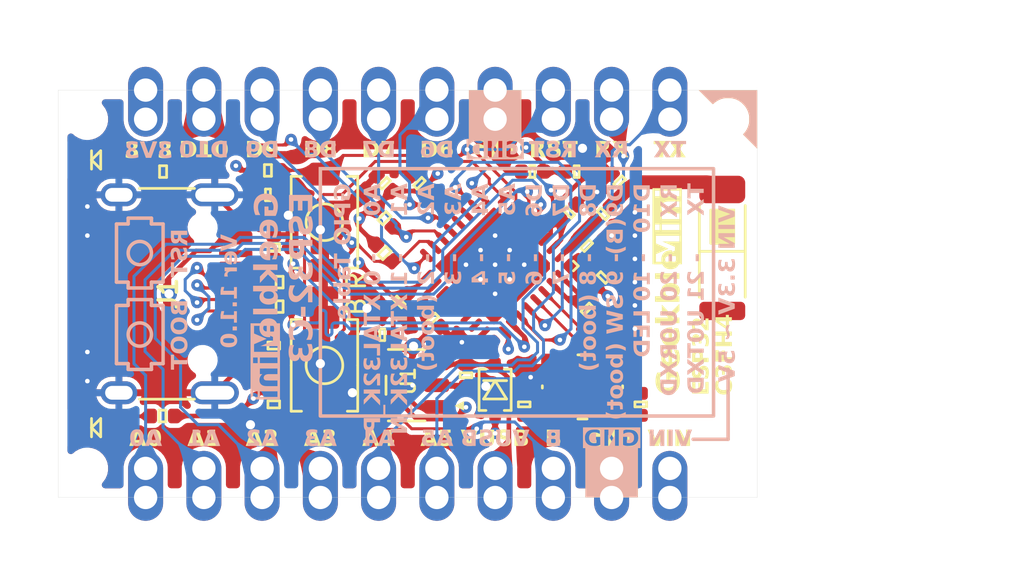
<source format=kicad_pcb>
(kicad_pcb (version 20221018) (generator pcbnew)
  (title_block (rev "1") (company "Geekble") (comment 4 "SooDragon"))
  (layers (0 "F.Cu" signal) (1 "In1.Cu" power "GND") (2 "In2.Cu" signal "Power") (31 "B.Cu" signal) (34 "B.Paste" user) (35 "F.Paste" user) (36 "B.SilkS" user "B.Silkscreen") (37 "F.SilkS" user "F.Silkscreen") (38 "B.Mask" user) (39 "F.Mask" user) (44 "Edge.Cuts" user))
  (net 0 "")
  (net 1 "Net-(ANT1-PadFeed)")
  (net 3 "GND")
  (net 4 "Net-(U2-LNA_IN)")
  (net 5 "/CHIP_EN")
  (net 6 "+3V3")
  (net 7 "Net-(C8-Pad2)")
  (net 8 "Net-(U2-XTAL_P)")
  (net 9 "Net-(U2-XTAL_N)")
  (net 10 "/GPIO0")
  (net 11 "/GPIO1")
  (net 12 "/GPIO2")
  (net 13 "/GPIO3")
  (net 14 "/GPIO4")
  (net 15 "/GPIO9{slash}BOOT")
  (net 16 "/GPIO10")
  (net 17 "/GPIO8{slash}PWM")
  (net 18 "/GPIO7")
  (net 19 "/GPIO6")
  (net 20 "/GPIO5")
  (net 21 "/GPIO20{slash}RX")
  (net 22 "/GPIO21{slash}TX")
  (net 23 "Net-(J1-CC2)")
  (net 24 "Net-(J1-D1+)")
  (net 26 "Net-(J1-D1-)")
  (net 28 "Net-(J1-CC1)")
  (net 29 "Net-(LED1-PadA)")
  (net 30 "Net-(LED2-PadA)")
  (net 31 "/USB_N")
  (net 32 "/USB_P")
  (net 33 "VUSB")
  (net 41 "VIN")
  (footprint "Connectors:1x1_P2.54_CastellatedPad" (layer "F.Cu") (at 42.96999 28.49001 90)
    (fp_text reference "H15" hide)
    (fp_text value "MountingHole_Pad" hide)
  )
  (footprint "Diodes:LED_0603_White" (layer "F.Cu") (at 30.65099 30.26801)
    (fp_text reference "LED2" hide)
    (fp_text value "LED,0603,White")
  )
  (footprint "Capacitors:C_0402" (layer "F.Cu") (at 38.14399 31.79201)
    (fp_text reference "C4" hide)
    (fp_text value "100nF,50V")
  )
  (footprint "Resistors:R_0402" (layer "F.Cu") (at 38.14399 30.72521)
    (fp_text reference "R6" hide)
    (fp_text value "10KR,1%")
  )
  (footprint "Connectors:1x1_P2.54_CastellatedPad" (layer "F.Cu") (at 32.80999 28.49001 90)
    (fp_text reference "H11" hide)
    (fp_text value "MountingHole_Pad" hide)
  )
  (footprint "Connectors:1x1_P2.54_CastellatedPad" (layer "F.Cu") (at 35.34999 28.49001 90)
    (fp_text reference "H12" hide)
    (fp_text value "MountingHole_Pad" hide)
  )
  (footprint "Marks:ToolingHole_JLCPCB" (layer "F.Cu") (at 30.26999 28.49001)
    (fp_text reference "TH4" hide)
    (fp_text value "ToolingHole" hide)
  )
  (footprint "Connectors:1x1_P2.54_CastellatedPad" (layer "F.Cu") (at 48.04999 28.49001 90)
    (fp_text reference "H17" hide)
    (fp_text value "MountingHole_Pad" hide)
  )
  (footprint "Resistors:R_0402" (layer "F.Cu") (at 38.39799 34.07801 90)
    (fp_text reference "R1" hide)
    (fp_text value "5.1KR,1%")
  )
  (footprint "Connectors:1x1_P2.54_CastellatedPad" (layer "F.Cu") (at 40.42999 43.73001 -90)
    (fp_text reference "H4" hide)
    (fp_text value "MountingHole_Pad" hide)
  )
  (footprint "Capacitors:C_0402" (layer "F.Cu") (at 53.476102 31.21801 -45)
    (fp_text reference "C1" hide)
    (fp_text value "1.8pF,50V")
  )
  (footprint "Connectors:1x1_P2.54_CastellatedPad" (layer "F.Cu") (at 32.80999 43.73001 -90)
    (fp_text reference "H1" hide)
    (fp_text value "MountingHole_Pad" hide)
  )
  (footprint "Marks:ToolingHole_JLCPCB" (layer "F.Cu") (at 58.20999 28.49001)
    (fp_text reference "TH5" hide)
    (fp_text value "ToolingHole" hide)
  )
  (footprint "Connectors:1x1_P2.54_CastellatedPad" (layer "F.Cu") (at 55.66999 43.73001 -90)
    (fp_text reference "H10" hide)
    (fp_text value "MountingHole_Pad" hide)
  )
  (footprint "Resistors:R_0402" (layer "F.Cu") (at 38.65199 35.60201)
    (fp_text reference "R4" hide)
    (fp_text value "33R,1%")
  )
  (footprint "Resistors:R_0402" (layer "F.Cu") (at 33.57199 30.77601)
    (fp_text reference "R8" hide)
    (fp_text value "5.1KR,1%")
  )
  (footprint "Capacitors:C_0402" (layer "F.Cu") (at 43.87062 36.46561 45)
    (fp_text reference "C15" hide)
    (fp_text value "100nF,50V")
  )
  (footprint "Capacitors:C_0402" (layer "F.Cu") (at 51.26202 32.55401 -135)
    (fp_text reference "C8" hide)
    (fp_text value "1uF,25V")
  )
  (footprint "Pushbutton_Switches_Relays:TS-1088-AR020" (layer "F.Cu") (at 40.60779 39.23421 -90)
    (fp_text reference "SW2")
    (fp_text value "TS-1088-AR02016")
  )
  (footprint "Pushbutton_Switches_Relays:TS-1088-AR020" (layer "F.Cu") (at 40.60779 32.98581 90)
    (fp_text reference "SW1")
    (fp_text value "TS-1088-AR02016")
  )
  (footprint "Resistors:R_0402" (layer "F.Cu") (at 38.39799 40.93601 -90)
    (fp_text reference "R5" hide)
    (fp_text value "10KR,1%")
  )
  (footprint "Embedded_Processors_Controllers:QFN-32-EP(5x5)" (layer "F.Cu") (at 48.001609 34.896451 -135)
    (fp_text reference "U2" hide)
    (fp_text value "ESP32-C3FH4")
  )
  (footprint "Connectors:1x1_P2.54_CastellatedPad" (layer "F.Cu") (at 37.88999 43.73001 -90)
    (fp_text reference "H3" hide)
    (fp_text value "MountingHole_Pad" hide)
  )
  (footprint "Capacitors:C_0402" (layer "F.Cu") (at 52.76062 35.39881 -135)
    (fp_text reference "C9" hide)
    (fp_text value "1uF,25V")
  )
  (footprint "Inductors_Chokes_Transformers:L_0402" (layer "F.Cu") (at 52.755691 32.617243 -135)
    (fp_text reference "L1" hide)
    (fp_text value "2.7nH,500mA,100mR")
  )
  (footprint "Capacitors:C_0402" (layer "F.Cu") (at 49.31999 40.93601 -90)
    (fp_text reference "C13" hide)
    (fp_text value "15pF,50V")
  )
  (footprint "Resistors:R_0402" (layer "F.Cu") (at 38.65199 36.66881)
    (fp_text reference "R3" hide)
    (fp_text value "33R,1%")
  )
  (footprint "Resistors:R_0402" (layer "F.Cu") (at 43.22399 32.80801 -45)
    (fp_text reference "R9" hide)
    (fp_text value "10KR,1%")
  )
  (footprint "Power_Management_ICs:SOT-23-5" (layer "F.Cu") (at 44.19189 40.099421)
    (fp_text reference "U1")
    (fp_text value "LP5907MFX-3.3/NOPB")
  )
  (footprint "Connectors:1x1_P2.54_CastellatedPad" (layer "F.Cu") (at 50.58999 28.49001 90)
    (fp_text reference "H18" hide)
    (fp_text value "MountingHole_Pad" hide)
  )
  (footprint "Connectors:1x1_P2.54_CastellatedPad" (layer "F.Cu") (at 40.42999 28.49001 90)
    (fp_text reference "H14" hide)
    (fp_text value "MountingHole_Pad" hide)
  )
  (footprint "RadioFrequencyChip_Antenna:ANT_5020" (layer "F.Cu") (at 57.95599 34.257421 -90)
    (fp_text reference "ANT1" hide)
    (fp_text value "KH-5020D245M0X")
  )
  (footprint "Connectors:1x1_P2.54_CastellatedPad" (layer "F.Cu") (at 42.96999 43.73001 -90)
    (fp_text reference "H5" hide)
    (fp_text value "MountingHole_Pad" hide)
  )
  (footprint "Connectors:1x1_P2.54_CastellatedPad" (layer "F.Cu") (at 48.04999 43.73001 -90)
    (fp_text reference "H7" hide)
    (fp_text value "MountingHole_Pad" hide)
  )
  (footprint "Connectors:1x1_P2.54_CastellatedPad" (layer "F.Cu") (at 50.58999 43.73001 -90)
    (fp_text reference "H8" hide)
    (fp_text value "MountingHole_Pad" hide)
  )
  (footprint "Capacitors:C_0402" (layer "F.Cu") (at 54.39999 40.93601 90)
    (fp_text reference "C12" hide)
    (fp_text value "15pF,50V")
  )
  (footprint "Diodes:SOD-323F" (layer "F.Cu") (at 48.04999 40.30101 -90)
    (fp_text reference "D1" hide)
    (fp_text value "1N5819WS")
  )
  (footprint "Connectors:1x1_P2.54_CastellatedPad" (layer "F.Cu") (at 55.66999 28.49001 90)
    (fp_text reference "H20" hide)
    (fp_text value "MountingHole_Pad" hide)
  )
  (footprint "Inductors_Chokes_Transformers:L_0402" (layer "F.Cu") (at 51.60599 30.77601)
    (fp_text reference "L2" hide)
    (fp_text value "2.7nH,500mA,100mR")
  )
  (footprint "Connectors:1x1_P2.54_CastellatedPad" (layer "F.Cu") (at 45.50999 28.49001 90)
    (fp_text reference "H16" hide)
    (fp_text value "MountingHole_Pad" hide)
  )
  (footprint "Capacitors:C_0402" (layer "F.Cu") (at 43.1292 37.8968 180)
    (fp_text reference "C5" hide)
    (fp_text value "10uF,10V")
  )
  (footprint "Capacitors:C_0402" (layer "F.Cu") (at 49.67559 30.77601)
    (fp_text reference "C7" hide)
    (fp_text value "100nF,50V")
  )
  (footprint "Capacitors:C_0402" (layer "F.Cu") (at 44.74799 31.28401 -45)
    (fp_text reference "C6" hide)
    (fp_text value "10uF,10V")
  )
  (footprint "Resistors:R_0402" (layer "F.Cu") (at 33.545193 41.44401 180)
    (fp_text reference "R7" hide)
    (fp_text value "5.1KR,1%")
  )
  (footprint "Connectors:1x1_P2.54_CastellatedPad" (layer "F.Cu") (at 53.12999 28.49001 90)
    (fp_text reference "H19" hide)
    (fp_text value "MountingHole_Pad" hide)
  )
  (footprint "Capacitors:C_0402" (layer "F.Cu") (at 46.77999 39.66601 90)
    (fp_text reference "C3" hide)
    (fp_text value "10uF,10V")
  )
  (footprint "Capacitors:C_0402" (layer "F.Cu") (at 52.044491 34.007265 135)
    (fp_text reference "C2" hide)
    (fp_text value "1.8pF,50V")
  )
  (footprint "Marks:SooDragonKOR_Mask_3.8x1.4" (layer "F.Cu") (at 31.53999 36.10001 90)
    (fp_text reference "Logo1" hide)
    (fp_text value "Geekble_Logo" hide)
  )
  (footprint "Resistors:R_0402" (layer "F.Cu") (at 43.22399 34.33201 -45)
    (fp_text reference "R10" hide)
    (fp_text value "10KR,1%")
  )
  (footprint "Capacitors:C_0402" (layer "F.Cu") (at 52.04942 36.77041 135)
    (fp_text reference "C10" hide)
    (fp_text value "10nF,50V")
  )
  (footprint "Connectors:1x1_P2.54_CastellatedPad" (layer "F.Cu") (at 53.12999 43.73001 -90)
    (fp_text reference "H9" hide)
    (fp_text value "MountingHole_Pad" hide)
  )
  (footprint "Marks:ToolingHole_JLCPCB" (layer "F.Cu") (at 58.20999 43.73001)
    (fp_text reference "TH3" hide)
    (fp_text value "ToolingHole" hide)
  )
  (footprint "Connectors:USB_DIP,8.94x7.3mm" (layer "F.Cu") (at 34.18969 36.11001 -90)
    (fp_text reference "J1")
    (fp_text value "USB_C_Receptacle_USB2.0_DIP")
  )
  (footprint "Connectors:1x1_P2.54_CastellatedPad" (layer "F.Cu") (at 35.34999 43.73001 -90)
    (fp_text reference "H2" hide)
    (fp_text value "MountingHole_Pad" hide)
  )
  (footprint "Crystals:SMD-3225_4P" (layer "F.Cu") (at 51.85999 40.17401 180)
    (fp_text reference "Y1" hide)
    (fp_text value "40MHz" hide)
  )
  (footprint "Connectors:1x1_P2.54_CastellatedPad" (layer "F.Cu") (at 45.50999 43.73001 -90)
    (fp_text reference "H6" hide)
    (fp_text value "MountingHole_Pad" hide)
  )
  (footprint "Connectors:1x1_P2.54_CastellatedPad" (layer "F.Cu") (at 37.88999 28.49001 90)
    (fp_text reference "H13" hide)
    (fp_text value "MountingHole_Pad" hide)
  )
  (footprint "Resistors:R_0402" (layer "F.Cu") (at 38.39799 38.37001 -90)
    (fp_text reference "R2" hide)
    (fp_text value "5.1KR,1%")
  )
  (footprint "Marks:ToolingHole_JLCPCB" (layer "F.Cu") (at 30.26999 43.73001)
    (fp_text reference "TH2" hide)
    (fp_text value "ToolingHole" hide)
  )
  (footprint "Capacitors:C_0402" (layer "F.Cu") (at 45.327631 37.211421 135)
    (fp_text reference "C14" hide)
    (fp_text value "1uF,25V")
  )
  (footprint "Diodes:LED_0603_Red" (layer "F.Cu") (at 30.65099 41.95201)
    (fp_text reference "LED1" hide)
    (fp_text value "LED,0603,Red")
  )
  (footprint "Capacitors:C_0402" (layer "F.Cu") (at 43.22399 31.28401 -45)
    (fp_text reference "C11" hide)
    (fp_text value "100nF,50V")
  )
  (gr_line (start 32.04799 33.06201) (end 31.53999 33.06201) (stroke (width 0.153)) (layer "B.SilkS"))
  (gr_line (start 33.57199 33.06201) (end 33.06399 33.06201) (stroke (width 0.153)) (layer "B.SilkS"))
  (gr_line (start 32.04799 35.85601) (end 33.06399 35.85601) (stroke (width 0.153)) (layer "B.SilkS"))
  (gr_line (start 33.57199 35.60201) (end 33.57199 33.06201) (stroke (width 0.153)) (layer "B.SilkS"))
  (gr_line (start 58.20999 42.46001) (end 56.68599 42.46001) (stroke (width 0.153)) (layer "B.SilkS"))
  (gr_line (start 32.04799 35.85601) (end 32.04799 35.60201) (stroke (width 0.153)) (layer "B.SilkS"))
  (gr_line (start 32.04799 36.36401) (end 32.04799 36.61801) (stroke (width 0.153)) (layer "B.SilkS"))
  (gr_circle (center 32.55599 34.33201) (end 32.55599 33.82401) (stroke (width 0.153)) (fill none) (layer "B.SilkS"))
  (gr_line (start 32.04799 39.15801) (end 31.53999 39.15801) (stroke (width 0.153)) (layer "B.SilkS"))
  (gr_line (start 32.04799 39.41201) (end 32.04799 39.15801) (stroke (width 0.153)) (layer "B.SilkS"))
  (gr_circle (center 32.55599 37.88801) (end 32.55599 37.38001) (stroke (width 0.153)) (fill none) (layer "B.SilkS"))
  (gr_line (start 33.57199 39.15801) (end 33.57199 36.61801) (stroke (width 0.153)) (layer "B.SilkS"))
  (gr_line (start 33.57199 36.61801) (end 33.06399 36.61801) (stroke (width 0.153)) (layer "B.SilkS"))
  (gr_line (start 33.06399 35.60201) (end 33.57199 35.60201) (stroke (width 0.153)) (layer "B.SilkS"))
  (gr_line (start 32.04799 35.60201) (end 31.53999 35.60201) (stroke (width 0.153)) (layer "B.SilkS"))
  (gr_line (start 33.06399 35.85601) (end 33.06399 35.60201) (stroke (width 0.153)) (layer "B.SilkS"))
  (gr_line (start 33.06399 36.61801) (end 33.06399 36.36401) (stroke (width 0.153)) (layer "B.SilkS"))
  (gr_poly (pts (xy 59.05665 28.106371) (xy 59.05665 28.119601) (xy 59.06327 28.119601) (xy 59.063271 28.12621) (xy 59.069891 28.12621) (xy 59.069891 28.15267) (xy 59.0765 28.152671) (xy 59.0765 28.172511) (xy 59.089731 28.17251) (xy 59.08973 28.20559) (xy 59.09634 28.20559) (xy 59.09634 28.24527) (xy 59.10957 28.24527) (xy 59.10957 28.28496) (xy 59.11619 28.28496) (xy 59.11619 28.29157) (xy 59.1228 28.29157) (xy 59.1228 28.34449) (xy 59.12942 28.34449) (xy 59.12942 28.63553) (xy 59.1228 28.63553) (xy 59.1228 28.68845) (xy 59.11619 28.68845) (xy 59.11619 28.69506) (xy 59.10957 28.69506) (xy 59.10957 28.73475) (xy 59.09634 28.73475) (xy 59.09634 28.774439) (xy 59.089731 28.77444) (xy 59.089731 28.80751) (xy 59.0765 28.807509) (xy 59.0765 28.827349) (xy 59.069891 28.82735) (xy 59.069891 28.85381) (xy 59.063271 28.85381) (xy 59.063271 28.86043) (xy 59.056651 28.86043) (xy 59.056651 28.88027) (xy 59.050041 28.88027) (xy 59.050041 28.88689) (xy 59.043431 28.88689) (xy 59.043431 28.90012) (xy 59.03681 28.900121) (xy 59.03681 28.919961) (xy 59.0302 28.919961) (xy 59.030201 28.92657) (xy 59.02358 28.926571) (xy 59.02358 28.946421) (xy 59.01697 28.946421) (xy 59.01697 28.959651) (xy 59.01035 28.959651) (xy 59.01035 28.966261) (xy 59.00374 28.966261) (xy 59.00374 28.97288) (xy 58.99712 28.97288) (xy 58.99712 28.979491) (xy 58.99051 28.979491) (xy 58.99051 28.99934) (xy 58.9839 28.99934) (xy 58.9839 29.00595) (xy 58.97728 29.00595) (xy 58.97728 29.01256) (xy 58.97067 29.01256) (xy 58.97067 29.03241) (xy 58.96405 29.03241) (xy 58.96405 29.03902) (xy 58.95082 29.03902) (xy 58.95082 29.05887) (xy 58.94421 29.05887) (xy 58.94421 29.06548) (xy 58.93759 29.06548) (xy 58.93759 29.0721) (xy 58.93098 29.0721) (xy 58.93098 29.07871) (xy 58.92436 29.07871) (xy 58.92436 29.08532) (xy 58.91775 29.08532) (xy 58.91775 29.09194) (xy 58.91114 29.09194) (xy 58.91114 29.09855) (xy 58.90452 29.09855) (xy 58.90452 29.10517) (xy 58.8979 29.10517) (xy 58.8979 29.11178) (xy 58.89129 29.11178) (xy 58.89129 29.1184) (xy 58.88468 29.1184) (xy 58.88468 29.13824) (xy 58.87806 29.13824) (xy 58.87806 29.14485) (xy 58.87145 29.14485) (xy 58.87145 29.15147) (xy 58.86483 29.15147) (xy 58.86483 29.1647) (xy 58.87145 29.1647) (xy 58.87145 29.17131) (xy 58.87806 29.17131) (xy 58.87806 29.17793) (xy 58.88468 29.17793) (xy 58.88468 29.18454) (xy 58.89129 29.18454) (xy 58.89129 29.19116) (xy 58.8979 29.19116) (xy 58.8979 29.19777) (xy 58.90452 29.19777) (xy 58.90452 29.20439) (xy 58.91114 29.20439) (xy 58.91114 29.211) (xy 58.91775 29.211) (xy 58.91775 29.21762) (xy 58.92436 29.21762) (xy 58.92436 29.22423) (xy 58.93098 29.22423) (xy 58.93098 29.23085) (xy 58.93759 29.23085) (xy 58.93759 29.23746) (xy 58.94421 29.23746) (xy 58.94421 29.24407) (xy 58.95082 29.24407) (xy 58.95082 29.25069) (xy 58.95744 29.25069) (xy 58.95744 29.2573) (xy 58.96405 29.2573) (xy 58.96405 29.26392) (xy 58.97067 29.26392) (xy 58.97067 29.27053) (xy 58.97728 29.27053) (xy 58.97728 29.27715) (xy 58.9839 29.27715) (xy 58.9839 29.28376) (xy 58.99051 29.28376) (xy 58.99051 29.29038) (xy 58.99712 29.29038) (xy 58.99712 29.29699) (xy 59.00374 29.29699) (xy 59.00374 29.3036) (xy 59.01035 29.3036) (xy 59.01035 29.31022) (xy 59.01697 29.31022) (xy 59.01697 29.31684) (xy 59.02358 29.31684) (xy 59.02358 29.32345) (xy 59.0302 29.32345) (xy 59.0302 29.33006) (xy 59.03681 29.33006) (xy 59.03681 29.33668) (xy 59.04343 29.33668) (xy 59.04343 29.34329) (xy 59.05004 29.34329) (xy 59.05004 29.34991) (xy 59.05665 29.34991) (xy 59.05665 29.35652) (xy 59.06327 29.35652) (xy 59.06327 29.36314) (xy 59.06989 29.36314) (xy 59.06989 29.36975) (xy 59.0765 29.36975) (xy 59.0765 29.37637) (xy 59.08311 29.37637) (xy 59.08311 29.38298) (xy 59.08973 29.38298) (xy 59.08973 29.3896) (xy 59.09634 29.3896) (xy 59.09634 29.39621) (xy 59.10296 29.39621) (xy 59.10296 29.40282) (xy 59.10957 29.40282) (xy 59.10957 29.40944) (xy 59.11619 29.40944) (xy 59.11619 29.41605) (xy 59.1228 29.41605) (xy 59.1228 29.42267) (xy 59.12942 29.42267) (xy 59.12942 29.42928) (xy 59.13603 29.42928) (xy 59.13603 29.4359) (xy 59.14265 29.4359) (xy 59.14265 29.44251) (xy 59.14926 29.44251) (xy 59.14926 29.44913) (xy 59.15587 29.44913) (xy 59.15587 29.45574) (xy 59.16249 29.45574) (xy 59.16249 29.46235) (xy 59.1691 29.46235) (xy 59.1691 29.46897) (xy 59.17572 29.46897) (xy 59.17572 29.47559) (xy 59.18233 29.47559) (xy 59.18233 29.4822) (xy 59.18895 29.4822) (xy 59.18895 29.48881) (xy 59.19556 29.48881) (xy 59.19556 29.49543) (xy 59.20218 29.49543) (xy 59.20218 29.50204) (xy 59.20879 29.50204) (xy 59.20879 29.50866) (xy 59.2154 29.50866) (xy 59.2154 29.51527) (xy 59.22202 29.51527) (xy 59.22202 29.52189) (xy 59.22864 29.52189) (xy 59.22864 29.5285) (xy 59.23525 29.5285) (xy 59.23525 29.53512) (xy 59.24186 29.53512) (xy 59.24186 29.54173) (xy 59.24848 29.54173) (xy 59.24848 29.54835) (xy 59.25509 29.54835) (xy 59.25509 29.55496) (xy 59.26171 29.55496) (xy 59.26171 29.56157) (xy 59.26832 29.56157) (xy 59.26832 29.56819) (xy 59.27494 29.56819) (xy 59.27494 29.5748) (xy 59.28155 29.5748) (xy 59.28155 29.58142) (xy 59.28817 29.58142) (xy 59.28817 29.58803) (xy 59.29478 29.58803) (xy 59.29478 29.59465) (xy 59.3014 29.59465) (xy 59.3014 29.60126) (xy 59.30801 29.60126) (xy 59.30801 29.60788) (xy 59.31462 29.60788) (xy 59.31462 29.61449) (xy 59.32124 29.61449) (xy 59.32124 29.6211) (xy 59.32785 29.6211) (xy 59.32785 29.62772) (xy 59.33447 29.62772) (xy 59.33447 29.63434) (xy 59.34108 29.63434) (xy 59.34108 29.64095) (xy 59.3477 29.64095) (xy 59.3477 29.64756) (xy 59.35431 29.64756) (xy 59.35431 29.65418) (xy 59.36093 29.65418) (xy 59.36093 29.66079) (xy 59.36754 29.66079) (xy 59.36754 29.66741) (xy 59.37415 29.66741) (xy 59.37415 29.67402) (xy 59.38077 29.67402) (xy 59.38077 29.68064) (xy 59.38739 29.68064) (xy 59.38739 29.68725) (xy 59.394 29.68725) (xy 59.394 29.69387) (xy 59.40061 29.69387) (xy 59.40061 29.70048) (xy 59.40723 29.70048) (xy 59.40723 29.7071) (xy 59.41384 29.7071) (xy 59.41384 29.71371) (xy 59.42046 29.71371) (xy 59.42046 29.72032) (xy 59.42707 29.72032) (xy 59.42707 29.72694) (xy 59.43369 29.72694) (xy 59.43369 29.73355) (xy 59.4403 29.73355) (xy 59.4403 29.74017) (xy 59.44692 29.74017) (xy 59.44692 29.74678) (xy 59.45353 29.74678) (xy 59.45353 29.7534) (xy 59.46015 29.7534) (xy 59.46015 29.76001) (xy 59.46676 29.76001) (xy 59.46676 29.76663) (xy 59.47337 29.76663) (xy 59.47337 29.77324) (xy 59.47999 29.77324) (xy 59.47999 27.22001) (xy 56.92676 27.22001) (xy 56.92676 27.22663) (xy 56.93337 27.22663) (xy 56.93337 27.23324) (xy 56.93999 27.23324) (xy 56.93999 27.23985) (xy 56.9466 27.23985) (xy 56.9466 27.24647) (xy 56.95322 27.24647) (xy 56.95322 27.25309) (xy 56.95983 27.25309) (xy 56.95983 27.2597) (xy 56.96645 27.2597) (xy 56.96645 27.26631) (xy 56.97306 27.26631) (xy 56.97306 27.27293) (xy 56.97968 27.27293) (xy 56.97968 27.27954) (xy 56.98629 27.27954) (xy 56.98629 27.28616) (xy 56.9929 27.28616) (xy 56.9929 27.29277) (xy 56.99952 27.29277) (xy 56.99952 27.29939) (xy 57.00614 27.29939) (xy 57.00614 27.306) (xy 57.01275 27.306) (xy 57.01275 27.31262) (xy 57.01936 27.31262) (xy 57.01936 27.31923) (xy 57.02598 27.31923) (xy 57.02598 27.32585) (xy 57.03259 27.32585) (xy 57.03259 27.33246) (xy 57.03921 27.33246) (xy 57.03921 27.33907) (xy 57.04582 27.33907) (xy 57.04582 27.34569) (xy 57.05244 27.34569) (xy 57.05244 27.3523) (xy 57.05905 27.3523) (xy 57.05905 27.35892) (xy 57.06567 27.35892) (xy 57.06567 27.36553) (xy 57.07228 27.36553) (xy 57.07228 27.37215) (xy 57.0789 27.37215) (xy 57.0789 27.37876) (xy 57.08551 27.37876) (xy 57.08551 27.38538) (xy 57.09212 27.38538) (xy 57.09212 27.39199) (xy 57.09874 27.39199) (xy 57.09874 27.3986) (xy 57.10535 27.3986) (xy 57.10535 27.40522) (xy 57.11197 27.40522) (xy 57.11197 27.41184) (xy 57.11858 27.41184) (xy 57.11858 27.41845) (xy 57.1252 27.41845) (xy 57.1252 27.42506) (xy 57.13181 27.42506) (xy 57.13181 27.43168) (xy 57.13843 27.43168) (xy 57.13843 27.43829) (xy 57.14504 27.43829) (xy 57.14504 27.44491) (xy 57.15165 27.44491) (xy 57.15165 27.45152) (xy 57.15827 27.45152) (xy 57.15827 27.45814) (xy 57.16489 27.45814) (xy 57.16489 27.46475) (xy 57.1715 27.46475) (xy 57.1715 27.47137) (xy 57.17811 27.47137) (xy 57.17811 27.47798) (xy 57.18473 27.47798) (xy 57.18473 27.4846) (xy 57.19134 27.4846) (xy 57.19134 27.49121) (xy 57.19796 27.49121) (xy 57.19796 27.49782) (xy 57.20457 27.49782) (xy 57.20457 27.50444) (xy 57.21119 27.50444) (xy 57.21119 27.51105) (xy 57.2178 27.51105) (xy 57.2178 27.51767) (xy 57.22442 27.51767) (xy 57.22442 27.52428) (xy 57.23103 27.52428) (xy 57.23103 27.5309) (xy 57.23765 27.5309) (xy 57.23765 27.53751) (xy 57.24426 27.53751) (xy 57.24426 27.54413) (xy 57.25087 27.54413) (xy 57.25087 27.55074) (xy 57.25749 27.55074) (xy 57.25749 27.55735) (xy 57.2641 27.55735) (xy 57.2641 27.56397) (xy 57.27072 27.56397) (xy 57.27072 27.57059) (xy 57.27733 27.57059) (xy 57.27733 27.5772) (xy 57.28395 27.5772) (xy 57.28395 27.58381) (xy 57.29056 27.58381) (xy 57.29056 27.59043) (xy 57.29718 27.59043) (xy 57.29718 27.59704) (xy 57.30379 27.59704) (xy 57.30379 27.60366) (xy 57.3104 27.60366) (xy 57.3104 27.61027) (xy 57.31702 27.61027) (xy 57.31702 27.61689) (xy 57.32364 27.61689) (xy 57.32364 27.6235) (xy 57.33025 27.6235) (xy 57.33025 27.63012) (xy 57.33686 27.63012) (xy 57.33686 27.63673) (xy 57.34348 27.63673) (xy 57.34348 27.64335) (xy 57.35009 27.64335) (xy 57.35009 27.64996) (xy 57.35671 27.64996) (xy 57.35671 27.65657) (xy 57.36332 27.65657) (xy 57.36332 27.66319) (xy 57.36994 27.66319) (xy 57.36994 27.6698) (xy 57.37655 27.6698) (xy 57.37655 27.67642) (xy 57.38317 27.67642) (xy 57.38317 27.68303) (xy 57.38978 27.68303) (xy 57.38978 27.68965) (xy 57.3964 27.68965) (xy 57.3964 27.69626) (xy 57.40301 27.69626) (xy 57.40301 27.70288) (xy 57.40962 27.70288) (xy 57.40962 27.70949) (xy 57.41624 27.70949) (xy 57.41624 27.7161) (xy 57.42285 27.7161) (xy 57.42285 27.72272) (xy 57.42947 27.72272) (xy 57.42947 27.72934) (xy 57.43608 27.72934) (xy 57.43608 27.73595) (xy 57.4427 27.73595) (xy 57.4427 27.74256) (xy 57.44931 27.74256) (xy 57.44931 27.74918) (xy 57.45593 27.74918) (xy 57.45593 27.75579) (xy 57.46254 27.75579) (xy 57.46254 27.76241) (xy 57.46915 27.76241) (xy 57.46915 27.76902) (xy 57.47577 27.76902) (xy 57.47577 27.77564) (xy 57.48239 27.77564) (xy 57.48239 27.78225) (xy 57.489 27.78225) (xy 57.489 27.78887) (xy 57.49561 27.78887) (xy 57.49561 27.79548) (xy 57.50223 27.79548) (xy 57.50223 27.8021) (xy 57.50884 27.8021) (xy 57.50884 27.80871) (xy 57.51546 27.80871) (xy 57.51546 27.81532) (xy 57.52207 27.81532) (xy 57.52207 27.82194) (xy 57.52869 27.82194) (xy 57.52869 27.82855) (xy 57.5353 27.82855) (xy 57.5353 27.83517) (xy 57.54853 27.83517) (xy 57.54853 27.82855) (xy 57.55515 27.82855) (xy 57.55515 27.82194) (xy 57.57499 27.82194) (xy 57.57499 27.81532) (xy 57.5816 27.81532) (xy 57.5816 27.80871) (xy 57.58822 27.80871) (xy 57.58822 27.8021) (xy 57.59483 27.8021) (xy 57.59483 27.79548) (xy 57.60145 27.79548) (xy 57.60145 27.78887) (xy 57.60806 27.78887) (xy 57.60806 27.78225) (xy 57.61468 27.78225) (xy 57.61468 27.77564) (xy 57.62129 27.77564) (xy 57.62129 27.76902) (xy 57.6279 27.76902) (xy 57.6279 27.76241) (xy 57.64775 27.76241) (xy 57.64775 27.74918) (xy 57.66098 27.74918) (xy 57.66098 27.73595) (xy 57.66759 27.73595) (xy 57.66759 27.72934) (xy 57.68744 27.72934) (xy 57.68744 27.72272) (xy 57.69405 27.72272) (xy 57.69405 27.7161) (xy 57.700669 27.7161) (xy 57.700669 27.70949) (xy 57.720509 27.70949) (xy 57.720509 27.70288) (xy 57.72712 27.70288) (xy 57.72712 27.69626) (xy 57.733739 27.69626) (xy 57.733739 27.68965) (xy 57.740349 27.68965) (xy 57.740349 27.68303) (xy 57.753579 27.68303) (xy 57.753579 27.67642) (xy 57.773429 27.67642) (xy 57.77343 27.669799) (xy 57.780039 27.6698) (xy 57.780039 27.66319) (xy 57.79989 27.663189) (xy 57.79989 27.656569) (xy 57.81311 27.656569) (xy 57.81311 27.649959) (xy 57.81973 27.649959) (xy 57.81973 27.643349) (xy 57.83957 27.643349) (xy 57.83957 27.636729) (xy 57.84619 27.636729) (xy 57.846191 27.63012) (xy 57.872651 27.63012) (xy 57.872651 27.6235) (xy 57.892491 27.6235) (xy 57.89249 27.610269) (xy 57.92556 27.610269) (xy 57.925561 27.60366) (xy 57.96525 27.60366) (xy 57.96525 27.59043) (xy 58.00494 27.59043) (xy 58.00494 27.58381) (xy 58.01155 27.58381) (xy 58.01155 27.5772) (xy 58.06447 27.5772) (xy 58.06447 27.57059) (xy 58.35551 27.57059) (xy 58.35551 27.5772) (xy 58.40843 27.5772) (xy 58.40843 27.58381) (xy 58.41504 27.58381) (xy 58.41504 27.59043) (xy 58.45473 27.59043) (xy 58.45473 27.60366) (xy 58.494419 27.60366) (xy 58.49442 27.610269) (xy 58.52749 27.610269) (xy 58.527489 27.6235) (xy 58.547329 27.6235) (xy 58.547329 27.63012) (xy 58.573789 27.63012) (xy 58.57379 27.636729) (xy 58.580399 27.63673) (xy 58.580399 27.64335) (xy 58.60025 27.643349) (xy 58.60025 27.649959) (xy 58.60686 27.649959) (xy 58.60686 27.656569) (xy 58.62009 27.656569) (xy 58.62009 27.663189) (xy 58.639941 27.66319) (xy 58.639941 27.6698) (xy 58.64655 27.669799) (xy 58.646551 27.67642) (xy 58.666401 27.67642) (xy 58.666401 27.68303) (xy 58.679621 27.68303) (xy 58.679621 27.68965) (xy 58.686241 27.68965) (xy 58.686241 27.69626) (xy 58.692851 27.69626) (xy 58.692851 27.70288) (xy 58.699471 27.70288) (xy 58.699471 27.70949) (xy 58.719311 27.70949) (xy 58.719311 27.7161) (xy 58.72593 27.7161) (xy 58.72593 27.72272) (xy 58.73254 27.72272) (xy 58.73254 27.72934) (xy 58.75239 27.72934) (xy 58.75239 27.73595) (xy 58.759 27.73595) (xy 58.759 27.74918) (xy 58.77223 27.74918) (xy 58.77223 27.76241) (xy 58.79207 27.76241) (xy 58.79207 27.76902) (xy 58.79869 27.76902) (xy 58.79869 27.77564) (xy 58.8053 27.77564) (xy 58.8053 27.78225) (xy 58.81192 27.78225) (xy 58.81192 27.78887) (xy 58.81853 27.78887) (xy 58.81853 27.79548) (xy 58.82515 27.79548) (xy 58.82515 27.8021) (xy 58.83176 27.8021) (xy 58.83176 27.80871) (xy 58.83837 27.80871) (xy 58.83837 27.81532) (xy 58.84499 27.81532) (xy 58.84499 27.82194) (xy 58.8516 27.82194) (xy 58.8516 27.82855) (xy 58.85822 27.82855) (xy 58.85822 27.83517) (xy 58.86483 27.83517) (xy 58.86483 27.84178) (xy 58.87145 27.84178) (xy 58.87145 27.8484) (xy 58.87806 27.8484) (xy 58.87806 27.85501) (xy 58.88468 27.85501) (xy 58.88468 27.86163) (xy 58.89129 27.86163) (xy 58.89129 27.86824) (xy 58.8979 27.86824) (xy 58.8979 27.87485) (xy 58.90452 27.87485) (xy 58.90452 27.88147) (xy 58.91114 27.88147) (xy 58.91114 27.88809) (xy 58.91775 27.88809) (xy 58.91775 27.8947) (xy 58.92436 27.8947) (xy 58.92436 27.90131) (xy 58.93098 27.90131) (xy 58.93098 27.90793) (xy 58.93759 27.90793) (xy 58.93759 27.92777) (xy 58.95082 27.92777) (xy 58.95082 27.941) (xy 58.96405 27.941) (xy 58.96405 27.94762) (xy 58.97067 27.94762) (xy 58.97067 27.96746) (xy 58.97728 27.96746) (xy 58.97728 27.97407) (xy 58.9839 27.97407) (xy 58.9839 27.980689) (xy 58.99051 27.980689) (xy 58.99051 28.000529) (xy 58.99712 28.000529) (xy 58.99712 28.007149) (xy 59.00374 28.007149) (xy 59.00374 28.013759) (xy 59.01035 28.013759) (xy 59.01035 28.020379) (xy 59.01697 28.020379) (xy 59.01697 28.033599) (xy 59.02358 28.033599) (xy 59.02358 28.053449) (xy 59.030201 28.05345) (xy 59.0302 28.060059) (xy 59.03681 28.060059) (xy 59.036811 28.07991) (xy 59.043431 28.07991) (xy 59.043431 28.09314) (xy 59.050041 28.09314) (xy 59.050041 28.09975) (xy 59.056651 28.09975)) (fill solid) (layer "B.SilkS"))
  (gr_line (start 33.06399 33.06201) (end 33.06399 32.80801) (stroke (width 0.153)) (layer "B.SilkS"))
  (gr_line (start 31.53999 36.61801) (end 31.53999 39.15801) (stroke (width 0.153)) (layer "B.SilkS"))
  (gr_line (start 33.06399 32.80801) (end 32.04799 32.80801) (stroke (width 0.153)) (layer "B.SilkS"))
  (gr_line (start 33.06399 39.41201) (end 33.06399 39.15801) (stroke (width 0.153)) (layer "B.SilkS"))
  (gr_line (start 32.04799 32.80801) (end 32.04799 33.06201) (stroke (width 0.153)) (layer "B.SilkS"))
  (gr_line (start 33.06399 39.15801) (end 33.57199 39.15801) (stroke (width 0.153)) (layer "B.SilkS"))
  (gr_rect (start 51.98699 42.84101) (end 54.27299 45.00001) (fill solid) (layer "B.SilkS"))
  (gr_poly (pts (xy 49.19299 29.37901) (xy 46.90699 29.37901) (xy 46.90699 27.220009) (xy 49.19299 27.220009)) (fill solid) (layer "B.SilkS"))
  (gr_line (start 33.06399 36.36401) (end 32.04799 36.36401) (stroke (width 0.153)) (layer "B.SilkS"))
  (gr_line (start 31.53999 33.06201) (end 31.53999 35.60201) (stroke (width 0.153)) (layer "B.SilkS"))
  (gr_rect (start 40.42999 30.64901) (end 57.57499 41.44401) (stroke (width 0.153)) (fill none) (layer "B.SilkS"))
  (gr_line (start 32.04799 39.41201) (end 33.06399 39.41201) (stroke (width 0.153)) (layer "B.SilkS"))
  (gr_line (start 58.20999 39.41201) (end 58.20999 42.46001) (stroke (width 0.153)) (layer "B.SilkS"))
  (gr_line (start 32.04799 36.61801) (end 31.53999 36.61801) (stroke (width 0.153)) (layer "B.SilkS"))
  (gr_poly (pts (xy 58.59363 27.64335) (xy 58.5804 27.64335) (xy 58.5804 27.63673) (xy 58.57379 27.63673) (xy 58.57379 27.63011) (xy 58.54733 27.63011) (xy 58.54733 27.6235) (xy 58.52749 27.6235) (xy 58.52749 27.61027) (xy 58.49441 27.61027) (xy 58.49441 27.60366) (xy 58.45473 27.60366) (xy 58.45473 27.59043) (xy 58.41504 27.59043) (xy 58.41504 27.58381) (xy 58.40843 27.58381) (xy 58.40843 27.5772) (xy 58.35551 27.5772) (xy 58.35551 27.57058) (xy 58.06447 27.57058) (xy 58.06447 27.5772) (xy 58.01155 27.5772) (xy 58.01155 27.58381) (xy 58.00494 27.58381) (xy 58.00494 27.59043) (xy 57.96525 27.59043) (xy 57.96525 27.60366) (xy 57.92556 27.60366) (xy 57.92556 27.61027) (xy 57.89249 27.61027) (xy 57.89249 27.6235) (xy 57.87265 27.6235) (xy 57.87265 27.63011) (xy 57.84619 27.63011) (xy 57.84619 27.63673) (xy 57.83957 27.63673) (xy 57.83957 27.64335) (xy 57.81973 27.64335) (xy 57.81973 27.64996) (xy 57.81311 27.64996) (xy 57.81311 27.65657) (xy 57.79988 27.65657) (xy 57.79988 27.66319) (xy 57.78004 27.66319) (xy 57.78004 27.6698) (xy 57.77343 27.6698) (xy 57.77343 27.67642) (xy 57.75358 27.67642) (xy 57.75358 27.68303) (xy 57.74035 27.68303) (xy 57.74035 27.68965) (xy 57.73374 27.68965) (xy 57.73374 27.69626) (xy 57.72712 27.69626) (xy 57.72712 27.70288) (xy 57.72051 27.70288) (xy 57.72051 27.70949) (xy 57.70066 27.70949) (xy 57.70066 27.7161) (xy 57.69405 27.7161) (xy 57.69405 27.72272) (xy 57.68744 27.72272) (xy 57.68744 27.72933) (xy 57.66759 27.72933) (xy 57.66759 27.73595) (xy 57.66098 27.73595) (xy 57.66098 27.74918) (xy 57.64113 27.74918) (xy 57.64113 27.75579) (xy 57.63452 27.75579) (xy 57.63452 27.76241) (xy 57.6279 27.76241) (xy 57.6279 27.76902) (xy 57.62129 27.76902) (xy 57.62129 27.77564) (xy 57.61468 27.77564) (xy 57.61468 27.78225) (xy 57.60806 27.78225) (xy 57.60806 27.78886) (xy 57.60145 27.78886) (xy 57.60145 27.79548) (xy 57.59483 27.79548) (xy 57.59483 27.8021) (xy 57.58822 27.8021) (xy 57.58822 27.80871) (xy 57.5816 27.80871) (xy 57.5816 27.81532) (xy 57.56176 27.81532) (xy 57.56176 27.82194) (xy 57.55515 27.82194) (xy 57.55515 27.82855) (xy 57.54853 27.82855) (xy 57.54853 27.83517) (xy 57.5353 27.83517) (xy 57.5353 27.82855) (xy 57.52869 27.82855) (xy 57.52869 27.82194) (xy 57.52207 27.82194) (xy 57.52207 27.81532) (xy 57.51546 27.81532) (xy 57.51546 27.80871) (xy 57.50884 27.80871) (xy 57.50884 27.8021) (xy 57.50223 27.8021) (xy 57.50223 27.79548) (xy 57.49561 27.79548) (xy 57.49561 27.78886) (xy 57.489 27.78886) (xy 57.489 27.78225) (xy 57.48238 27.78225) (xy 57.48238 27.77564) (xy 57.47577 27.77564) (xy 57.47577 27.76902) (xy 57.46915 27.76902) (xy 57.46915 27.76241) (xy 57.46254 27.76241) (xy 57.46254 27.75579) (xy 57.45593 27.75579) (xy 57.45593 27.74918) (xy 57.44931 27.74918) (xy 57.44931 27.74256) (xy 57.4427 27.74256) (xy 57.4427 27.73595) (xy 57.43608 27.73595) (xy 57.43608 27.72933) (xy 57.42947 27.72933) (xy 57.42947 27.72272) (xy 57.42285 27.72272) (xy 57.42285 27.7161) (xy 57.41624 27.7161) (xy 57.41624 27.70949) (xy 57.40962 27.70949) (xy 57.40962 27.70288) (xy 57.40301 27.70288) (xy 57.40301 27.69626) (xy 57.3964 27.69626) (xy 57.3964 27.68965) (xy 57.38978 27.68965) (xy 57.38978 27.68303) (xy 57.38316 27.68303) (xy 57.38316 27.67642) (xy 57.37655 27.67642) (xy 57.37655 27.6698) (xy 57.36994 27.6698) (xy 57.36994 27.66319) (xy 57.36332 27.66319) (xy 57.36332 27.65657) (xy 57.35671 27.65657) (xy 57.35671 27.64996) (xy 57.35009 27.64996) (xy 57.35009 27.64335) (xy 57.34348 27.64335) (xy 57.34348 27.63673) (xy 57.33686 27.63673) (xy 57.33686 27.63011) (xy 57.33025 27.63011) (xy 57.33025 27.6235) (xy 57.32363 27.6235) (xy 57.32363 27.61689) (xy 57.31702 27.61689) (xy 57.31702 27.61027) (xy 57.3104 27.61027) (xy 57.3104 27.60366) (xy 57.30379 27.60366) (xy 57.30379 27.59704) (xy 57.29718 27.59704) (xy 57.29718 27.59043) (xy 57.29056 27.59043) (xy 57.29056 27.58381) (xy 57.28395 27.58381) (xy 57.28395 27.5772) (xy 57.27733 27.5772) (xy 57.27733 27.57058) (xy 57.27072 27.57058) (xy 57.27072 27.56397) (xy 57.2641 27.56397) (xy 57.2641 27.55735) (xy 57.25749 27.55735) (xy 57.25749 27.55074) (xy 57.25087 27.55074) (xy 57.25087 27.54413) (xy 57.24426 27.54413) (xy 57.24426 27.53751) (xy 57.23765 27.53751) (xy 57.23765 27.5309) (xy 57.23103 27.5309) (xy 57.23103 27.52428) (xy 57.22441 27.52428) (xy 57.22441 27.51767) (xy 57.2178 27.51767) (xy 57.2178 27.51105) (xy 57.21119 27.51105) (xy 57.21119 27.50444) (xy 57.20457 27.50444) (xy 57.20457 27.49782) (xy 57.19796 27.49782) (xy 57.19796 27.49121) (xy 57.19134 27.49121) (xy 57.19134 27.4846) (xy 57.18473 27.4846) (xy 57.18473 27.47798) (xy 57.17811 27.47798) (xy 57.17811 27.47136) (xy 57.1715 27.47136) (xy 57.1715 27.46475) (xy 57.16488 27.46475) (xy 57.16488 27.45814) (xy 57.15827 27.45814) (xy 57.15827 27.45152) (xy 57.15165 27.45152) (xy 57.15165 27.44491) (xy 57.14504 27.44491) (xy 57.14504 27.43829) (xy 57.13843 27.43829) (xy 57.13843 27.43168) (xy 57.13181 27.43168) (xy 57.13181 27.42506) (xy 57.1252 27.42506) (xy 57.1252 27.41845) (xy 57.11858 27.41845) (xy 57.11858 27.41183) (xy 57.11197 27.41183) (xy 57.11197 27.40522) (xy 57.10535 27.40522) (xy 57.10535 27.3986) (xy 57.09874 27.3986) (xy 57.09874 27.39199) (xy 57.09212 27.39199) (xy 57.09212 27.38538) (xy 57.08551 27.38538) (xy 57.08551 27.37876) (xy 57.0789 27.37876) (xy 57.0789 27.37215) (xy 57.07228 27.37215) (xy 57.07228 27.36553) (xy 57.06566 27.36553) (xy 57.06566 27.35892) (xy 57.05905 27.35892) (xy 57.05905 27.3523) (xy 57.05244 27.3523) (xy 57.05244 27.34569) (xy 57.04582 27.34569) (xy 57.04582 27.33907) (xy 57.03921 27.33907) (xy 57.03921 27.33246) (xy 57.03259 27.33246) (xy 57.03259 27.32585) (xy 57.02598 27.32585) (xy 57.02598 27.31923) (xy 57.01936 27.31923) (xy 57.01936 27.31261) (xy 57.01275 27.31261) (xy 57.01275 27.306) (xy 57.00613 27.306) (xy 57.00613 27.29939) (xy 56.99952 27.29939) (xy 56.99952 27.29277) (xy 56.9929 27.29277) (xy 56.9929 27.28616) (xy 56.98629 27.28616) (xy 56.98629 27.27954) (xy 56.97968 27.27954) (xy 56.97968 27.27293) (xy 56.97306 27.27293) (xy 56.97306 27.26631) (xy 56.96645 27.26631) (xy 56.96645 27.2597) (xy 56.95983 27.2597) (xy 56.95983 27.25308) (xy 56.95322 27.25308) (xy 56.95322 27.24647) (xy 56.9466 27.24647) (xy 56.9466 27.23985) (xy 56.93999 27.23985) (xy 56.93999 27.23324) (xy 56.93337 27.23324) (xy 56.93337 27.22663) (xy 56.92676 27.22663) (xy 56.92676 27.22001) (xy 59.47999 27.22001) (xy 59.47999 29.77324) (xy 59.47337 29.77324) (xy 59.47337 29.76663) (xy 59.46676 29.76663) (xy 59.46676 29.76001) (xy 59.46015 29.76001) (xy 59.46015 29.7534) (xy 59.45353 29.7534) (xy 59.45353 29.74678) (xy 59.44691 29.74678) (xy 59.44691 29.74017) (xy 59.4403 29.74017) (xy 59.4403 29.73355) (xy 59.43369 29.73355) (xy 59.43369 29.72694) (xy 59.42707 29.72694) (xy 59.42707 29.72032) (xy 59.42046 29.72032) (xy 59.42046 29.71371) (xy 59.41384 29.71371) (xy 59.41384 29.7071) (xy 59.40723 29.7071) (xy 59.40723 29.70048) (xy 59.40061 29.70048) (xy 59.40061 29.69386) (xy 59.394 29.69386) (xy 59.394 29.68725) (xy 59.38738 29.68725) (xy 59.38738 29.68064) (xy 59.38077 29.68064) (xy 59.38077 29.67402) (xy 59.37415 29.67402) (xy 59.37415 29.66741) (xy 59.36754 29.66741) (xy 59.36754 29.66079) (xy 59.36093 29.66079) (xy 59.36093 29.65418) (xy 59.35431 29.65418) (xy 59.35431 29.64756) (xy 59.3477 29.64756) (xy 59.3477 29.64095) (xy 59.34108 29.64095) (xy 59.34108 29.63433) (xy 59.33447 29.63433) (xy 59.33447 29.62772) (xy 59.32785 29.62772) (xy 59.32785 29.6211) (xy 59.32124 29.6211) (xy 59.32124 29.61449) (xy 59.31462 29.61449) (xy 59.31462 29.60788) (xy 59.30801 29.60788) (xy 59.30801 29.60126) (xy 59.3014 29.60126) (xy 59.3014 29.59465) (xy 59.29478 29.59465) (xy 59.29478 29.58803) (xy 59.28816 29.58803) (xy 59.28816 29.58142) (xy 59.28155 29.58142) (xy 59.28155 29.5748) (xy 59.27494 29.5748) (xy 59.27494 29.56819) (xy 59.26832 29.56819) (xy 59.26832 29.56157) (xy 59.26171 29.56157) (xy 59.26171 29.55496) (xy 59.25509 29.55496) (xy 59.25509 29.54835) (xy 59.24848 29.54835) (xy 59.24848 29.54173) (xy 59.24186 29.54173) (xy 59.24186 29.53511) (xy 59.23525 29.53511) (xy 59.23525 29.5285) (xy 59.22863 29.5285) (xy 59.22863 29.52189) (xy 59.22202 29.52189) (xy 59.22202 29.51527) (xy 59.2154 29.51527) (xy 59.2154 29.50866) (xy 59.20879 29.50866) (xy 59.20879 29.50204) (xy 59.20218 29.50204) (xy 59.20218 29.49543) (xy 59.19556 29.49543) (xy 59.19556 29.48881) (xy 59.18895 29.48881) (xy 59.18895 29.4822) (xy 59.18233 29.4822) (xy 59.18233 29.47558) (xy 59.17572 29.47558) (xy 59.17572 29.46897) (xy 59.1691 29.46897) (xy 59.1691 29.46235) (xy 59.16249 29.46235) (xy 59.16249 29.45574) (xy 59.15587 29.45574) (xy 59.15587 29.44913) (xy 59.14926 29.44913) (xy 59.14926 29.44251) (xy 59.14265 29.44251) (xy 59.14265 29.4359) (xy 59.13603 29.4359) (xy 59.13603 29.42928) (xy 59.12941 29.42928) (xy 59.12941 29.42267) (xy 59.1228 29.42267) (xy 59.1228 29.41605) (xy 59.11619 29.41605) (xy 59.11619 29.40944) (xy 59.10957 29.40944) (xy 59.10957 29.40282) (xy 59.10296 29.40282) (xy 59.10296 29.39621) (xy 59.09634 29.39621) (xy 59.09634 29.3896) (xy 59.08973 29.3896) (xy 59.08973 29.38298) (xy 59.08311 29.38298) (xy 59.08311 29.37636) (xy 59.0765 29.37636) (xy 59.0765 29.36975) (xy 59.06988 29.36975) (xy 59.06988 29.36314) (xy 59.06327 29.36314) (xy 59.06327 29.35652) (xy 59.05665 29.35652) (xy 59.05665 29.34991) (xy 59.05004 29.34991) (xy 59.05004 29.34329) (xy 59.04343 29.34329) (xy 59.04343 29.33668) (xy 59.03681 29.33668) (xy 59.03681 29.33006) (xy 59.0302 29.33006) (xy 59.0302 29.32345) (xy 59.02358 29.32345) (xy 59.02358 29.31683) (xy 59.01697 29.31683) (xy 59.01697 29.31022) (xy 59.01035 29.31022) (xy 59.01035 29.3036) (xy 59.00374 29.3036) (xy 59.00374 29.29699) (xy 58.99712 29.29699) (xy 58.99712 29.29038) (xy 58.99051 29.29038) (xy 58.99051 29.28376) (xy 58.9839 29.28376) (xy 58.9839 29.27715) (xy 58.97728 29.27715) (xy 58.97728 29.27053) (xy 58.97066 29.27053) (xy 58.97066 29.26392) (xy 58.96405 29.26392) (xy 58.96405 29.2573) (xy 58.95744 29.2573) (xy 58.95744 29.25069) (xy 58.95082 29.25069) (xy 58.95082 29.24407) (xy 58.94421 29.24407) (xy 58.94421 29.23746) (xy 58.93759 29.23746) (xy 58.93759 29.23085) (xy 58.93098 29.23085) (xy 58.93098 29.22423) (xy 58.92436 29.22423) (xy 58.92436 29.21761) (xy 58.91775 29.21761) (xy 58.91775 29.211) (xy 58.91113 29.211) (xy 58.91113 29.20439) (xy 58.90452 29.20439) (xy 58.90452 29.19777) (xy 58.8979 29.19777) (xy 58.8979 29.19116) (xy 58.89129 29.19116) (xy 58.89129 29.18454) (xy 58.88468 29.18454) (xy 58.88468 29.17793) (xy 58.87806 29.17793) (xy 58.87806 29.17131) (xy 58.87145 29.17131) (xy 58.87145 29.1647) (xy 58.86483 29.1647) (xy 58.86483 29.15147) (xy 58.87145 29.15147) (xy 58.87145 29.14485) (xy 58.87806 29.14485) (xy 58.87806 29.12501) (xy 58.88468 29.12501) (xy 58.88468 29.1184) (xy 58.89129 29.1184) (xy 58.89129 29.11178) (xy 58.8979 29.11178) (xy 58.8979 29.10517) (xy 58.90452 29.10517) (xy 58.90452 29.09855) (xy 58.91113 29.09855) (xy 58.91113 29.09194) (xy 58.91775 29.09194) (xy 58.91775 29.08532) (xy 58.92436 29.08532) (xy 58.92436 29.07871) (xy 58.93098 29.07871) (xy 58.93098 29.0721) (xy 58.93759 29.0721) (xy 58.93759 29.05225) (xy 58.95082 29.05225) (xy 58.95082 29.03902) (xy 58.96405 29.03902) (xy 58.96405 29.03241) (xy 58.97066 29.03241) (xy 58.97066 29.01256) (xy 58.97728 29.01256) (xy 58.97728 29.00595) (xy 58.9839 29.00595) (xy 58.9839 28.99933) (xy 58.99051 28.99933) (xy 58.99051 28.97949) (xy 58.99712 28.97949) (xy 58.99712 28.97288) (xy 59.00374 28.97288) (xy 59.00374 28.96626) (xy 59.01035 28.96626) (xy 59.01035 28.95965) (xy 59.01697 28.95965) (xy 59.01697 28.94642) (xy 59.02358 28.94642) (xy 59.02358 28.92657) (xy 59.0302 28.92657) (xy 59.0302 28.91996) (xy 59.03681 28.91996) (xy 59.03681 28.90011) (xy 59.04343 28.90011) (xy 59.04343 28.88689) (xy 59.05004 28.88689) (xy 59.05004 28.88027) (xy 59.05665 28.88027) (xy 59.05665 28.86043) (xy 59.06327 28.86043) (xy 59.06327 28.85381) (xy 59.06988 28.85381) (xy 59.06988 28.82735) (xy 59.0765 28.82735) (xy 59.0765 28.80751) (xy 59.08973 28.80751) (xy 59.08973 28.77444) (xy 59.09634 28.77444) (xy 59.09634 28.73475) (xy 59.10957 28.73475) (xy 59.10957 28.69506) (xy 59.11619 28.69506) (xy 59.11619 28.68845) (xy 59.1228 28.68845) (xy 59.1228 28.63553) (xy 59.12941 28.63553) (xy 59.12941 28.34449) (xy 59.1228 28.34449) (xy 59.1228 28.29157) (xy 59.11619 28.29157) (xy 59.11619 28.28496) (xy 59.10957 28.28496) (xy 59.10957 28.24527) (xy 59.09634 28.24527) (xy 59.09634 28.20558) (xy 59.08973 28.20558) (xy 59.08973 28.17251) (xy 59.0765 28.17251) (xy 59.0765 28.15267) (xy 59.06988 28.15267) (xy 59.06988 28.12621) (xy 59.06327 28.12621) (xy 59.06327 28.1196) (xy 59.05665 28.1196) (xy 59.05665 28.09975) (xy 59.05004 28.09975) (xy 59.05004 28.09314) (xy 59.04343 28.09314) (xy 59.04343 28.07991) (xy 59.03681 28.07991) (xy 59.03681 28.06006) (xy 59.0302 28.06006) (xy 59.0302 28.05345) (xy 59.02358 28.05345) (xy 59.02358 28.0336) (xy 59.01697 28.0336) (xy 59.01697 28.02038) (xy 59.01035 28.02038) (xy 59.01035 28.01376) (xy 59.00374 28.01376) (xy 59.00374 28.00715) (xy 58.99712 28.00715) (xy 58.99712 28.00053) (xy 58.99051 28.00053) (xy 58.99051 27.98069) (xy 58.9839 27.98069) (xy 58.9839 27.97407) (xy 58.97728 27.97407) (xy 58.97728 27.96746) (xy 58.97066 27.96746) (xy 58.97066 27.94761) (xy 58.96405 27.94761) (xy 58.96405 27.941) (xy 58.95082 27.941) (xy 58.95082 27.92777) (xy 58.93759 27.92777) (xy 58.93759 27.90793) (xy 58.93098 27.90793) (xy 58.93098 27.90131) (xy 58.92436 27.90131) (xy 58.92436 27.8947) (xy 58.91775 27.8947) (xy 58.91775 27.88808) (xy 58.91113 27.88808) (xy 58.91113 27.88147) (xy 58.90452 27.88147) (xy 58.90452 27.87485) (xy 58.8979 27.87485) (xy 58.8979 27.86824) (xy 58.89129 27.86824) (xy 58.89129 27.86163) (xy 58.88468 27.86163) (xy 58.88468 27.85501) (xy 58.87806 27.85501) (xy 58.87806 27.8484) (xy 58.87145 27.8484) (xy 58.87145 27.84178) (xy 58.86483 27.84178) (xy 58.86483 27.83517) (xy 58.85822 27.83517) (xy 58.85822 27.82855) (xy 58.8516 27.82855) (xy 58.8516 27.82194) (xy 58.84499 27.82194) (xy 58.84499 27.81532) (xy 58.83837 27.81532) (xy 58.83837 27.80871) (xy 58.83176 27.80871) (xy 58.83176 27.8021) (xy 58.82515 27.8021) (xy 58.82515 27.79548) (xy 58.81853 27.79548) (xy 58.81853 27.78886) (xy 58.81191 27.78886) (xy 58.81191 27.78225) (xy 58.8053 27.78225) (xy 58.8053 27.77564) (xy 58.79869 27.77564) (xy 58.79869 27.76902) (xy 58.79207 27.76902) (xy 58.79207 27.76241) (xy 58.77223 27.76241) (xy 58.77223 27.74918) (xy 58.759 27.74918) (xy 58.759 27.73595) (xy 58.75238 27.73595) (xy 58.75238 27.72933) (xy 58.73254 27.72933) (xy 58.73254 27.72272) (xy 58.72593 27.72272) (xy 58.72593 27.7161) (xy 58.71931 27.7161) (xy 58.71931 27.70949) (xy 58.69947 27.70949) (xy 58.69947 27.70288) (xy 58.69285 27.70288) (xy 58.69285 27.69626) (xy 58.68624 27.69626) (xy 58.68624 27.68965) (xy 58.67962 27.68965) (xy 58.67962 27.68303) (xy 58.6664 27.68303) (xy 58.6664 27.67642) (xy 58.64655 27.67642) (xy 58.64655 27.6698) (xy 58.63994 27.6698) (xy 58.63994 27.66319) (xy 58.62009 27.66319) (xy 58.62009 27.65657) (xy 58.60686 27.65657) (xy 58.60686 27.64996) (xy 58.60025 27.64996) (xy 58.60025 27.64335)) (fill solid) (layer "F.SilkS"))
  (gr_rect (start 51.98699 42.84101) (end 54.27299 45.00001) (fill solid) (layer "F.SilkS"))
  (gr_poly (pts (xy 49.19299 29.37901) (xy 46.90699 29.37901) (xy 46.90699 27.220009) (xy 49.19299 27.220009)) (fill solid) (layer "F.SilkS"))
  (gr_line (start 28.99999 27.22001) (end 28.99999 45.00001) (stroke (width 0.01)) (layer "Edge.Cuts"))
  (gr_line (start 28.99999 45.00001) (end 59.47999 45.00001) (stroke (width 0.01)) (layer "Edge.Cuts"))
  (gr_line (start 59.47999 27.22001) (end 28.99999 27.22001) (stroke (width 0.01)) (layer "Edge.Cuts"))
  (gr_line (start 59.47999 45.00001) (end 59.47999 27.22001) (stroke (width 0.01)) (layer "Edge.Cuts"))
  (gr_text "A5" (at 45.50999 42.46001) (layer "B.SilkS") (effects (font (size 0.7 0.7) (thickness 0.14) bold) (justify mirror)))
  (gr_text "RX" (at 53.12999 29.86161) (layer "B.SilkS") (effects (font (size 0.7 0.7) (thickness 0.14) bold) (justify mirror)))
  (gr_text "VUSB" (at 48.04999 42.46001) (layer "B.SilkS") (effects (font (size 0.7 0.7) (thickness 0.14) bold) (justify mirror)))
  (gr_text "D10" (at 35.34999 29.86161) (layer "B.SilkS") (effects (font (size 0.7 0.7) (thickness 0.14) bold) (justify mirror)))
  (gr_text "VIN 3.3V ~ 5V" (at 58.20999 36.11001 90) (layer "B.SilkS") (effects (font (size 0.7 0.7) (thickness 0.153) bold) (justify mirror)))
  (gr_text "D6" (at 45.50999 29.86161) (layer "B.SilkS") (effects (font (size 0.7 0.7) (thickness 0.14) bold) (justify mirror)))
  (gr_text "D7" (at 42.96999 29.86161) (layer "B.SilkS") (effects (font (size 0.7 0.7) (thickness 0.14) bold) (justify mirror)))
  (gr_text "B" (at 50.58999 42.46001) (layer "B.SilkS") (effects (font (size 0.7 0.7) (thickness 0.14) bold) (justify mirror)))
  (gr_text "A2" (at 37.88999 42.46001) (layer "B.SilkS") (effects (font (size 0.7 0.7) (thickness 0.14) bold) (justify mirror)))
  (gr_text "RST" (at 50.58999 29.86161) (layer "B.SilkS") (effects (font (size 0.7 0.7) (thickness 0.14) bold) (justify mirror)))
  (gr_text "VIN" (at 55.66999 42.46001) (layer "B.SilkS") (effects (font (size 0.7 0.7) (thickness 0.14) bold) (justify mirror)))
  (gr_text "Mini" (at 38.14399 37.38001 90) (layer "B.SilkS" knockout) (effects (font (size 1 1) (thickness 0.153) bold) (justify left mirror)))
  (gr_text "TX" (at 55.66999 29.86161) (layer "B.SilkS") (effects (font (size 0.7 0.7) (thickness 0.14) bold) (justify mirror)))
  (gr_text "Geekble" (at 38.14399 31.66501 90) (layer "B.SilkS") (effects (font (size 1 1) (thickness 0.153) bold) (justify left mirror)))
  (gr_text "A1" (at 35.34999 42.46001) (layer "B.SilkS") (effects (font (size 0.7 0.7) (thickness 0.14) bold) (justify mirror)))
  (gr_text "A0\nA1\nA2\nA3\nA4\nA5\nD6\nD7\nD8\nD9(B)\nD10\nRX\nTX" (at 42.33499 31.28401 90) (layer "B.SilkS") (effects (font (size 0.7 0.7) (thickness 0.14) bold) (justify left top mirror)))
  (gr_text "ESP32-C3" (at 39.66799 31.66501 90) (layer "B.SilkS") (effects (font (size 1 1) (thickness 0.153) bold) (justify left mirror)))
  (gr_text "A4" (at 42.96999 42.46001) (layer "B.SilkS") (effects (font (size 0.7 0.7) (thickness 0.14) bold) (justify mirror)))
  (gr_text "D8" (at 40.42999 29.86161) (layer "B.SilkS") (effects (font (size 0.7 0.7) (thickness 0.14) bold) (justify mirror)))
  (gr_text "Ver 1.1.0" (at 36.49999 36.00001 90) (layer "B.SilkS") (effects (font (size 0.7 0.7) (thickness 0.153) bold italic) (justify mirror)))
  (gr_text "A3" (at 40.42999 42.46001) (layer "B.SilkS") (effects (font (size 0.7 0.7) (thickness 0.14) bold) (justify mirror)))
  (gr_text "D9" (at 37.88999 29.86161) (layer "B.SilkS") (effects (font (size 0.7 0.7) (thickness 0.14) bold) (justify mirror)))
  (gr_text "3V3" (at 32.93699 29.88701) (layer "B.SilkS") (effects (font (size 0.7 0.7) (thickness 0.14) bold) (justify mirror)))
  (gr_text "GND" (at 48.04999 29.86161) (layer "B.SilkS" knockout) (effects (font (size 0.7 0.7) (thickness 0.14) bold) (justify mirror)))
  (gr_text "A0" (at 32.80999 42.46001) (layer "B.SilkS") (effects (font (size 0.7 0.7) (thickness 0.14) bold) (justify mirror)))
  (gr_text "GND" (at 53.12999 42.46001) (layer "B.SilkS" knockout) (effects (font (size 0.7 0.7) (thickness 0.14) bold) (justify mirror)))
  (gr_text "RST" (at 34.33399 34.33201 90) (layer "B.SilkS") (effects (font (size 0.7 0.7) (thickness 0.153) bold) (justify mirror)))
  (gr_text "GPIO Table" (at 41.44599 31.28401 90) (layer "B.SilkS") (effects (font (size 0.7 0.7) (thickness 0.153) bold) (justify left mirror)))
  (gr_text "- 0 XTAL32K_P\n- 1 XTAL32K_N\n- 2 (boot)\n- 3\n- 4\n- 5\n- 6\n- 7\n- 8 (boot)\n- 9 SW (boot)\n- 10 LED\n- 20 U0RXD\n- 21 U0TXD" (at 42.33499 34.33201 90) (layer "B.SilkS") (effects (font (size 0.7 0.7) (thickness 0.14) bold) (justify left top mirror)))
  (gr_text "BOOT" (at 34.33399 37.88801 90) (layer "B.SilkS") (effects (font (size 0.7 0.7) (thickness 0.153) bold) (justify mirror)))
  (gr_text "C3FH4" (at 58.08299 40.55501 90) (layer "F.SilkS") (effects (font (size 0.7 0.7) (thickness 0.153) bold) (justify left)))
  (gr_text "A4" (at 42.96999 42.46001) (layer "F.SilkS") (effects (font (size 0.7 0.7) (thickness 0.14) bold)))
  (gr_text "GND" (at 53.12999 42.46001) (layer "F.SilkS" knockout) (effects (font (size 0.7 0.7) (thickness 0.14) bold)))
  (gr_text "" (at 70.90999 43.73001) (layer "F.SilkS") (effects (font (size 1.27 1.27))))
  (gr_text "3V3" (at 32.93699 29.88701) (layer "F.SilkS") (effects (font (size 0.7 0.7) (thickness 0.14) bold)))
  (gr_text "" (at 30.26999 43.73001) (layer "F.SilkS") (effects (font (size 1.27 1.27))))
  (gr_text "R" (at 42.00479 35.55121 90) (layer "F.SilkS") (effects (font (size 0.8 0.8) (thickness 0.12) bold)))
  (gr_text "A0" (at 32.80999 42.46001) (layer "F.SilkS") (effects (font (size 0.7 0.7) (thickness 0.14) bold)))
  (gr_text "A1" (at 35.34999 42.46001) (layer "F.SilkS") (effects (font (size 0.7 0.7) (thickness 0.14) bold)))
  (gr_text "D10" (at 35.34999 29.86161) (layer "F.SilkS") (effects (font (size 0.7 0.7) (thickness 0.14) bold)))
  (gr_text "D9" (at 37.88999 29.86161) (layer "F.SilkS") (effects (font (size 0.7 0.7) (thickness 0.14) bold)))
  (gr_text "TX" (at 55.66999 29.86161) (layer "F.SilkS") (effects (font (size 0.7 0.7) (thickness 0.14) bold)))
  (gr_text "" (at 70.90999 43.73001) (layer "F.SilkS") (effects (font (size 1.27 1.27))))
  (gr_text "RST" (at 50.58999 29.86161) (layer "F.SilkS") (effects (font (size 0.7 0.7) (thickness 0.14) bold)))
  (gr_text "" (at 58.20999 28.49001) (layer "F.SilkS") (effects (font (size 1.27 1.27))))
  (gr_text "D7" (at 42.96999 29.86161) (layer "F.SilkS") (effects (font (size 0.7 0.7) (thickness 0.14) bold)))
  (gr_text "ESP32" (at 57.06699 40.55501 90) (layer "F.SilkS") (effects (font (size 0.7 0.7) (thickness 0.153) bold) (justify left)))
  (gr_text "A2" (at 37.88999 42.46001) (layer "F.SilkS") (effects (font (size 0.7 0.7) (thickness 0.14) bold)))
  (gr_text "A5" (at 45.50999 42.46001) (layer "F.SilkS") (effects (font (size 0.7 0.7) (thickness 0.14) bold)))
  (gr_text "B" (at 50.58999 42.46001) (layer "F.SilkS") (effects (font (size 0.7 0.7) (thickness 0.14) bold)))
  (gr_text "VUSB" (at 48.04999 42.46001) (layer "F.SilkS") (effects (font (size 0.7 0.7) (thickness 0.14) bold)))
  (gr_text "" (at 58.20999 28.49001) (layer "F.SilkS") (effects (font (size 1.27 1.27))))
  (gr_text "D6" (at 45.50999 29.86161) (layer "F.SilkS") (effects (font (size 0.7 0.7) (thickness 0.14) bold)))
  (gr_text "" (at 30.26999 28.49001) (layer "F.SilkS") (effects (font (size 1.27 1.27))))
  (gr_text "GND" (at 48.04999 29.86161) (layer "F.SilkS" knockout) (effects (font (size 0.7 0.7) (thickness 0.14) bold)))
  (gr_text "" (at 30.26999 43.73001) (layer "F.SilkS") (effects (font (size 1.27 1.27))))
  (gr_text "A3" (at 40.42999 42.46001) (layer "F.SilkS") (effects (font (size 0.7 0.7) (thickness 0.14) bold)))
  (gr_text "D8" (at 40.42999 29.86161) (layer "F.SilkS") (effects (font (size 0.7 0.7) (thickness 0.14) bold)))
  (gr_text "Geekble" (at 55.66999 40.55501 90) (layer "F.SilkS") (effects (font (size 1 1) (thickness 0.153) bold) (justify left)))
  (gr_text "RX" (at 53.12999 29.86161) (layer "F.SilkS") (effects (font (size 0.7 0.7) (thickness 0.14) bold)))
  (gr_text "B" (at 42.00479 36.66881 90) (layer "F.SilkS") (effects (font (size 0.8 0.8) (thickness 0.12) bold)))
  (gr_text "VIN" (at 55.66999 42.46001) (layer "F.SilkS") (effects (font (size 0.7 0.7) (thickness 0.14) bold)))
  (gr_text "" (at 30.26999 28.49001) (layer "F.SilkS") (effects (font (size 1.27 1.27))))
  (gr_text "Mini" (at 55.66999 34.84001 90) (layer "F.SilkS" knockout) (effects (font (size 1 1) (thickness 0.153) bold) (justify left)))
  (segment (start 53.815513 31.557421) (end 53.838041 31.534893) (width 0.6) (layer "F.Cu") (net 1))
  (segment (start 53.095102 32.277832) (end 53.815513 31.557421) (width 0.6) (layer "F.Cu") (net 1))
  (segment (start 57.933462 31.534893) (end 57.95599 31.557421) (width 0.6) (layer "F.Cu") (net 1))
  (segment (start 54.545148 31.242) (end 57.226355 31.242) (width 0.6) (layer "F.Cu") (net 1))
  (arc (start 53.838041 31.534893) (mid 54.162464 31.31812) (end 54.545148 31.242) (width 0.6) (layer "F.Cu") (net 1))
  (arc (start 57.933462 31.534893) (mid 57.609039 31.31812) (end 57.226355 31.242) (width 0.6) (layer "F.Cu") (net 1))
  (segment (start 43.6092 36.883012) (end 43.531209 36.805021) (width 0.2) (layer "F.Cu") (net 3))
  (segment (start 49.31999 40.45601) (end 49.31999 40.03001) (width 0.131) (layer "F.Cu") (net 3))
  (segment (start 48.04999 30.14101) (end 48.68499 30.77601) (width 0.2) (layer "F.Cu") (net 3))
  (segment (start 39.03299 32.68101) (end 38.39799 33.30201) (width 0.131) (layer "F.Cu") (net 3))
  (segment (start 42.884579 30.944599) (end 43.053168 30.77601) (width 0.2) (layer "F.Cu") (net 3))
  (segment (start 49.62799 40.45601) (end 50.75999 39.32401) (width 0.131) (layer "F.Cu") (net 3))
  (segment (start 42.884579 30.965421) (end 42.884579 30.944599) (width 0.2) (layer "F.Cu") (net 3))
  (segment (start 40.60779 38.98021) (end 40.42999 39.15801) (width 0.4) (layer "F.Cu") (net 3))
  (segment (start 48.68499 30.77601) (end 49.19559 30.77601) (width 0.2) (layer "F.Cu") (net 3))
  (segment (start 45.538479 40.14601) (end 45.49189 40.099421) (width 0.2) (layer "F.Cu") (net 3))
  (segment (start 54.39999 41.41601) (end 53.35199 41.41601) (width 0.2) (layer "F.Cu") (net 3))
  (segment (start 40.60779 37.13421) (end 40.60779 38.98021) (width 0.4) (layer "F.Cu") (net 3))
  (segment (start 51.85999 29.76001) (end 52.018102 29.76001) (width 0.13) (layer "F.Cu") (net 3))
  (segment (start 46.35499 38.22501) (end 45.680812 37.550832) (width 0.2) (layer "F.Cu") (net 3))
  (segment (start 36.73969 39.36001) (end 36.73969 39.51501) (width 0.2) (layer "F.Cu") (net 3))
  (segment (start 47.64999 40.15001) (end 47.64599 40.14601) (width 0.2) (layer "F.Cu") (net 3))
  (segment (start 41.54999 32.30001) (end 42.884579 30.965421) (width 0.2) (layer "F.Cu") (net 3))
  (segment (start 44.450579 40.099421) (end 44.44999 40.10001) (width 0.2) (layer "F.Cu") (net 3))
  (segment (start 52.018102 29.76001) (end 53.136691 30.878599) (width 0.13) (layer "F.Cu") (net 3))
  (segment (start 53.136691 31.023309) (end 52.49499 31.66501) (width 0.13) (layer "F.Cu") (net 3))
  (segment (start 46.77999 40.14601) (end 47.64599 40.14601) (width 0.2) (layer "F.Cu") (net 3))
  (segment (start 43.053168 30.77601) (end 44.23999 30.77601) (width 0.2) (layer "F.Cu") (net 3))
  (segment (start 40.42999 33.31601) (end 40.60779 33.49381) (width 0.4) (layer "F.Cu") (net 3))
  (segment (start 51.601431 32.177569) (end 52.11399 31.66501) (width 0.13) (layer "F.Cu") (net 3))
  (segment (start 46.77999 40.14601) (end 45.538479 40.14601) (width 0.2) (layer "F.Cu") (net 3))
  (segment (start 49.31999 40.45601) (end 49.62799 40.45601) (width 0.131) (layer "F.Cu") (net 3))
  (segment (start 52.11399 31.66501) (end 52.49499 31.66501) (width 0.13) (layer "F.Cu") (net 3))
  (segment (start 36.73969 39.51501) (end 35.82469 40.43001) (width 0.2) (layer "F.Cu") (net 3))
  (segment (start 36.73969 32.86001) (end 36.73969 32.70501) (width 0.2) (layer "F.Cu") (net 3))
  (segment (start 48.04999 28.49001) (end 48.04999 30.14101) (width 0.2) (layer "F.Cu") (net 3))
  (segment (start 44.23999 30.77601) (end 44.408579 30.944599) (width 0.2) (layer "F.Cu") (net 3))
  (segment (start 49.31999 40.03001) (end 49.59999 39.75001) (width 0.131) (layer "F.Cu") (net 3))
  (segment (start 53.35199 41.41601) (end 52.95999 41.02401) (width 0.2) (layer "F.Cu") (net 3))
  (segment (start 53.621801 37.109821) (end 54.14599 37.63401) (width 0.2) (layer "F.Cu") (net 3))
  (segment (start 40.60779 33.49381) (end 40.60779 35.08581) (width 0.4) (layer "F.Cu") (net 3))
  (segment (start 36.73969 32.70501) (end 35.82469 31.79001) (width 0.2) (layer "F.Cu") (net 3))
  (segment (start 40.93799 32.30001) (end 41.54999 32.30001) (width 0.2) (layer "F.Cu") (net 3))
  (segment (start 45.49189 40.099421) (end 44.450579 40.099421) (width 0.2) (layer "F.Cu") (net 3))
  (segment (start 40.42999 33.31601) (end 40.42999 32.80801) (width 0.2) (layer "F.Cu") (net 3))
  (segment (start 43.6092 37.8968) (end 43.6092 36.883012) (width 0.2) (layer "F.Cu") (net 3))
  (segment (start 52.388831 37.109821) (end 53.621801 37.109821) (width 0.2) (layer "F.Cu") (net 3))
  (segment (start 53.136691 30.878599) (end 53.136691 31.023309) (width 0.13) (layer "F.Cu") (net 3))
  (segment (start 40.42999 32.80801) (end 40.93799 32.30001) (width 0.2) (layer "F.Cu") (net 3))
  (segment (start 46.59999 38.22501) (end 46.35499 38.22501) (width 0.2) (layer "F.Cu") (net 3))
  (segment (start 45.680812 37.550832) (end 45.667042 37.550832) (width 0.2) (layer "F.Cu") (net 3))
  (segment (start 51.601431 32.214599) (end 51.601431 32.177569) (width 0.13) (layer "F.Cu") (net 3))
  (segment (start 38.39799 33.30201) (end 38.39799 33.56801) (width 0.131) (layer "F.Cu") (net 3))
  (via (at 42.46199 36.74501) (size 0.7) (drill 0.4) (layers "F.Cu" "B.Cu") (net 3))
  (via (at 53.12999 33.57001) (size 0.5) (drill 0.2) (layers "F.Cu" "B.Cu") (net 3))
  (via (at 40.42999 33.31601) (size 0.7) (drill 0.4) (layers "F.Cu" "B.Cu") (net 3))
  (via (at 44.44999 40.10001) (size 0.5) (drill 0.2) (layers "F.Cu" "B.Cu") (net 3))
  (via (at 48.68499 35.47501) (size 0.5) (drill 0.2) (layers "F.Cu" "B.Cu") (net 3))
  (via (at 54.14599 34.58601) (size 0.5) (drill 0.2) (layers "F.Cu" "B.Cu") (net 3))
  (via (at 48.68499 34.20501) (size 0.5) (drill 0.2) (layers "F.Cu" "B.Cu") (net 3))
  (via (at 47.41499 34.20501) (size 0.5) (drill 0.2) (layers "F.Cu" "B.Cu") (net 3))
  (via (at 51.85999 29.76001) (size 0.7) (drill 0.4) (layers "F.Cu" "B.Cu") (net 3))
  (via (at 54.14599 37.63401) (size 0.5) (drill 0.2) (layers "F.Cu" "B.Cu") (net 3))
  (via (at 48.04999 33.57001) (size 0.5) (drill 0.2) (layers "F.Cu" "B.Cu") (net 3))
  (via (at 39.03299 32.68101) (size 0.7) (drill 0.4) (layers "F.Cu" "B.Cu") (net 3))
  (via (at 40.42999 39.15801) (size 0.7) (drill 0.4) (layers "F.Cu" "B.Cu") (net 3))
  (via (at 30.26999 32.30001) (size 0.5) (drill 0.2) (layers "F.Cu" "B.Cu") (net 3))
  (via (at 54.14599 35.60201) (size 0.5) (drill 0.2) (layers "F.Cu" "B.Cu") (net 3))
  (via (at 48.04999 34.84001) (size 0.5) (drill 0.2) (layers "F.Cu" "B.Cu") (net 3))
  (via (at 54.14599 32.55401) (size 0.5) (drill 0.2) (layers "F.Cu" "B.Cu") (net 3))
  (via (at 46.77999 34.84001) (size 0.5) (drill 0.2) (layers "F.Cu" "B.Cu") (net 3))
  (via (at 30.26999 33.57001) (size 0.5) (drill 0.2) (layers "F.Cu" "B.Cu") (net 3))
  (via (at 52.49499 31.66501) (size 0.5) (drill 0.2) (layers "F.Cu" "B.Cu") (net 3))
  (via (at 37.38199 41.82501) (size 0.7) (drill 0.4) (layers "F.Cu" "B.Cu") (net 3))
  (via (at 54.14599 33.57001) (size 0.5) (drill 0.2) (layers "F.Cu" "B.Cu") (net 3))
  (via (at 47.64599 40.14601) (size 0.7) (drill 0.4) (layers "F.Cu" "B.Cu") (net 3))
  (via (at 46.59999 38.22501) (size 0.5) (drill 0.2) (layers "F.Cu" "B.Cu") (net 3))
  (via (at 49.59999 39.75001) (size 0.5) (drill 0.2) (layers "F.Cu" "B.Cu") (net 3))
  (via (at 54.14599 36.61801) (size 0.5) (drill 0.2) (layers "F.Cu" "B.Cu") (net 3))
  (via (at 49.31999 34.84001) (size 0.5) (drill 0.2) (layers "F.Cu" "B.Cu") (net 3))
  (via (at 30.26999 39.92001) (size 0.5) (drill 0.2) (layers "F.Cu" "B.Cu") (net 3))
  (via (at 30.26999 38.65001) (size 0.5) (drill 0.2) (layers "F.Cu" "B.Cu") (net 3))
  (via (at 47.41499 35.47501) (size 0.5) (drill 0.2) (layers "F.Cu" "B.Cu") (net 3))
  (via (at 41.82699 40.42801) (size 0.7) (drill 0.4) (layers "F.Cu" "B.Cu") (net 3))
  (via (at 48.04999 36.11001) (size 0.5) (drill 0.2) (layers "F.Cu" "B.Cu") (net 3))
  (segment (start 52.41628 32.956654) (end 51.70508 33.667854) (width 0.6) (layer "F.Cu") (net 4))
  (segment (start 46.83079 29.81081) (end 46.57009 30.07151) (width 0.131) (layer "F.Cu") (net 5))
  (segment (start 38.62399 31.79201) (end 38.62399 30.75521) (width 0.131) (layer "F.Cu") (net 5))
  (segment (start 48.954142 31.680162) (end 48.954142 32.176151) (width 0.131) (layer "F.Cu") (net 5))
  (segment (start 46.57009 30.07151) (end 41.42209 30.07151) (width 0.131) (layer "F.Cu") (net 5))
  (segment (start 48.954142 32.176151) (end 48.814782 32.315511) (width 0.131) (layer "F.Cu") (net 5))
  (segment (start 46.83079 29.81081) (end 47.08479 29.81081) (width 0.131) (layer "F.Cu") (net 5))
  (segment (start 38.62399 30.75521) (end 38.65399 30.72521) (width 0.131) (layer "F.Cu") (net 5))
  (segment (start 38.65399 30.72521) (end 40.44719 30.72521) (width 0.131) (layer "F.Cu") (net 5))
  (segment (start 41.42209 30.07151) (end 40.60779 30.88581) (width 0.131) (layer "F.Cu") (net 5))
  (segment (start 47.08479 29.81081) (end 48.954142 31.680162) (width 0.131) (layer "F.Cu") (net 5))
  (segment (start 40.44719 30.72521) (end 40.60779 30.88581) (width 0.131) (layer "F.Cu") (net 5))
  (via (at 46.83079 29.81081) (size 0.5) (drill 0.2) (layers "F.Cu" "B.Cu") (net 5))
  (segment (start 46.83079 29.81081) (end 48.57419 29.81081) (width 0.131) (layer "B.Cu") (net 5))
  (segment (start 48.57419 29.81081) (end 49.89499 28.49001) (width 0.131) (layer "B.Cu") (net 5))
  (segment (start 49.89499 28.49001) (end 50.58999 28.49001) (width 0.131) (layer "B.Cu") (net 5))
  (segment (start 34.055193 41.44401) (end 36.74699 41.44401) (width 0.2) (layer "F.Cu") (net 6))
  (segment (start 51.303924 36.430999) (end 51.710009 36.430999) (width 0.2) (layer "F.Cu") (net 6))
  (segment (start 42.12499 32.82501) (end 42.12499 33.23301) (width 0.2) (layer "F.Cu") (net 6))
  (segment (start 44.629401 41.579421) (end 43.47799 40.42801) (width 0.2) (layer "F.Cu") (net 6))
  (segment (start 49.39999 29.72501) (end 50.15559 30.48061) (width 0.2) (layer "F.Cu") (net 6))
  (segment (start 45.420669 35.709624) (end 44.98822 36.142073) (width 0.2) (layer "F.Cu") (net 6))
  (segment (start 42.502614 32.447386) (end 42.863366 32.447386) (width 0.2) (layer "F.Cu") (net 6))
  (segment (start 52.421209 35.738221) (end 52.402787 35.738221) (width 0.2) (layer "F.Cu") (net 6))
  (segment (start 37.76499 40.42601) (end 38.39799 40.42601) (width 0.2) (layer "F.Cu") (net 6))
  (segment (start 44.49399 38.838372) (end 44.49399 38.39601) (width 0.2) (layer "F.Cu") (net 6))
  (segment (start 50.15559 30.48061) (end 50.15559 30.77601) (width 0.2) (layer "F.Cu") (net 6))
  (segment (start 51.710009 36.129977) (end 51.710009 36.430999) (width 0.2) (layer "F.Cu") (net 6))
  (segment (start 52.96249 36.21251) (end 52.488201 35.738221) (width 0.2) (layer "F.Cu") (net 6))
  (segment (start 43.47799 40.42801) (end 43.47799 39.854372) (width 0.2) (layer "F.Cu") (net 6))
  (segment (start 44.49399 38.39601) (end 44.98822 37.90178) (width 0.2) (layer "F.Cu") (net 6))
  (segment (start 43.357037 38.52301) (end 44.36699 38.52301) (width 0.2) (layer "F.Cu") (net 6))
  (segment (start 42.6492 37.8968) (end 42.11189 38.43411) (width 0.2) (layer "F.Cu") (net 6))
  (segment (start 51.12599 30.77601) (end 50.15559 30.77601) (width 0.2) (layer "F.Cu") (net 6))
  (segment (start 44.296987 36.126199) (end 45.067116 35.35607) (width 0.2) (layer "F.Cu") (net 6))
  (segment (start 52.488201 35.738221) (end 52.421209 35.738221) (width 0.2) (layer "F.Cu") (net 6))
  (segment (start 42.11189 39.69691) (end 42.89189 40.47691) (width 0.2) (layer "F.Cu") (net 6))
  (segment (start 46.834883 32.669065) (end 46.385109 32.219291) (width 0.2) (layer "F.Cu") (net 6))
  (segment (start 44.98822 36.142073) (end 44.98822 36.87201) (width 0.2) (layer "F.Cu") (net 6))
  (segment (start 42.11189 38.43411) (end 42.11189 39.69691) (width 0.2) (layer "F.Cu") (net 6))
  (segment (start 42.12499 33.23301) (end 42.863366 33.971386) (width 0.2) (layer "F.Cu") (net 6))
  (segment (start 50.582549 35.709624) (end 51.303924 36.430999) (width 0.2) (layer "F.Cu") (net 6))
  (segment (start 42.89189 40.47691) (end 42.89189 41.049421) (width 0.2) (layer "F.Cu") (net 6))
  (segment (start 42.6492 37.8968) (end 42.730827 37.8968) (width 0.2) (layer "F.Cu") (net 6))
  (segment (start 43.47799 39.854372) (end 44.49399 38.838372) (width 0.2) (layer "F.Cu") (net 6))
  (segment (start 52.402787 35.738221) (end 51.710009 36.430999) (width 0.2) (layer "F.Cu") (net 6))
  (segment (start 46.385109 32.219291) (end 46.207309 32.219291) (width 0.2) (layer "F.Cu") (net 6))
  (segment (start 46.263579 41.579421) (end 44.629401 41.579421) (width 0.2) (layer "F.Cu") (net 6))
  (segment (start 44.98822 37.90178) (end 44.98822 36.87201) (width 0.2) (layer "F.Cu") (net 6))
  (segment (start 37.50899 40.68201) (end 37.76499 40.42601) (width 0.2) (layer "F.Cu") (net 6))
  (segment (start 46.207309 32.219291) (end 45.611439 31.623421) (width 0.2) (layer "F.Cu") (net 6))
  (segment (start 37.63399 30.72521) (end 36.95019 30.72521) (width 0.2) (layer "F.Cu") (net 6))
  (segment (start 43.476179 36.126199) (end 44.210031 36.126199) (width 0.2) (layer "F.Cu") (net 6))
  (segment (start 43.563401 31.623421) (end 45.087401 31.623421) (width 0.2) (layer "F.Cu") (net 6))
  (segment (start 44.210031 36.126199) (end 44.296987 36.126199) (width 0.2) (layer "F.Cu") (net 6))
  (segment (start 45.54999 30.86301) (end 45.087401 31.325599) (width 0.2) (layer "F.Cu") (net 6))
  (segment (start 42.863366 32.323456) (end 43.563401 31.623421) (width 0.2) (layer "F.Cu") (net 6))
  (segment (start 42.12499 32.82501) (end 42.502614 32.447386) (width 0.2) (layer "F.Cu") (net 6))
  (segment (start 46.77999 41.06301) (end 46.263579 41.579421) (width 0.2) (layer "F.Cu") (net 6))
  (segment (start 42.730827 37.8968) (end 43.357037 38.52301) (width 0.2) (layer "F.Cu") (net 6))
  (segment (start 42.09999 34.75001) (end 43.476179 36.126199) (width 0.2) (layer "F.Cu") (net 6))
  (segment (start 45.611439 31.623421) (end 45.087401 31.623421) (width 0.2) (layer "F.Cu") (net 6))
  (segment (start 45.087401 31.325599) (end 45.087401 31.623421) (width 0.2) (layer "F.Cu") (net 6))
  (segment (start 42.863366 32.447386) (end 42.863366 32.323456) (width 0.2) (layer "F.Cu") (net 6))
  (segment (start 44.36699 38.52301) (end 44.49399 38.39601) (width 0.2) (layer "F.Cu") (net 6))
  (segment (start 36.95019 30.72521) (end 36.74699 30.52201) (width 0.2) (layer "F.Cu") (net 6))
  (segment (start 36.74699 41.44401) (end 37.50899 40.68201) (width 0.2) (layer "F.Cu") (net 6))
  (segment (start 50.936102 35.35607) (end 51.710009 36.129977) (width 0.2) (layer "F.Cu") (net 6))
  (via (at 44.49399 38.39601) (size 0.7) (drill 0.4) (layers "F.Cu" "B.Cu") (net 6))
  (via (at 42.09999 34.75001) (size 0.5) (drill 0.2) (layers "F.Cu" "B.Cu") (net 6))
  (via (at 45.54999 30.86301) (size 0.5) (drill 0.2) (layers "F.Cu" "B.Cu") (net 6))
  (via (at 37.50899 40.68201) (size 0.5) (drill 0.2) (layers "F.Cu" "B.Cu") (net 6))
  (via (at 36.74699 30.52201) (size 0.5) (drill 0.2) (layers "F.Cu" "B.Cu") (net 6))
  (via (at 42.12499 32.82501) (size 0.5) (drill 0.2) (layers "F.Cu" "B.Cu") (net 6))
  (via (at 49.39999 29.72501) (size 0.5) (drill 0.2) (layers "F.Cu" "B.Cu") (net 6))
  (via (at 46.77999 41.06301) (size 0.5) (drill 0.2) (layers "F.Cu" "B.Cu") (net 6))
  (via (at 52.96249 36.21251) (size 0.5) (drill 0.2) (layers "F.Cu" "B.Cu") (net 6))
  (segment (start 50.922609 32.893421) (end 50.922609 33.743218) (width 0.2) (layer "F.Cu") (net 7))
  (segment (start 50.922609 33.743218) (end 50.582549 34.083278) (width 0.2) (layer "F.Cu") (net 7))
  (segment (start 50.922609 32.893421) (end 50.922609 32.030751) (width 0.2) (layer "F.Cu") (net 7))
  (segment (start 52.08599 30.86737) (end 52.08599 30.77601) (width 0.2) (layer "F.Cu") (net 7))
  (segment (start 50.799579 32.893421) (end 50.471856 33.221144) (width 0.2) (layer "F.Cu") (net 7))
  (segment (start 50.471856 33.486864) (end 50.228995 33.729725) (width 0.2) (layer "F.Cu") (net 7))
  (segment (start 50.471856 33.221144) (end 50.471856 33.486864) (width 0.2) (layer "F.Cu") (net 7))
  (segment (start 50.922609 32.030751) (end 52.08599 30.86737) (width 0.2) (layer "F.Cu") (net 7))
  (segment (start 50.922609 32.893421) (end 50.799579 32.893421) (width 0.2) (layer "F.Cu") (net 7))
  (segment (start 52.95999 38.794172) (end 52.769709 38.603891) (width 0.131) (layer "F.Cu") (net 8))
  (segment (start 52.690512 37.980929) (end 52.365594 38.305843) (width 0.131) (layer "F.Cu") (net 8))
  (segment (start 52.95999 39.32401) (end 52.95999 38.794172) (width 0.131) (layer "F.Cu") (net 8))
  (segment (start 52.255286 37.806625) (end 52.255285 37.806624) (width 0.131) (layer "F.Cu") (net 8))
  (segment (start 52.769709 38.369838) (end 52.924565 38.214981) (width 0.131) (layer "F.Cu") (net 8))
  (segment (start 51.663434 37.497616) (end 50.228995 36.063177) (width 0.131) (layer "F.Cu") (net 8))
  (segment (start 51.663433 37.497614) (end 51.663434 37.497616) (width 0.131) (layer "F.Cu") (net 8))
  (segment (start 52.184575 38.018757) (end 52.255285 37.948046) (width 0.131) (layer "F.Cu") (net 8))
  (segment (start 52.769708 38.369838) (end 52.769709 38.369838) (width 0.131) (layer "F.Cu") (net 8))
  (segment (start 52.255285 37.806624) (end 52.162654 37.713993) (width 0.131) (layer "F.Cu") (net 8))
  (segment (start 52.021233 37.713992) (end 52.021232 37.713993) (width 0.131) (layer "F.Cu") (net 8))
  (segment (start 52.021232 37.713993) (end 51.897486 37.837735) (width 0.131) (layer "F.Cu") (net 8))
  (segment (start 54.39999 40.45601) (end 54.09199 40.45601) (width 0.131) (layer "F.Cu") (net 8))
  (segment (start 51.79142 37.837735) (end 51.663433 37.709748) (width 0.131) (layer "F.Cu") (net 8))
  (segment (start 52.259528 38.305843) (end 52.131541 38.177856) (width 0.131) (layer "F.Cu") (net 8))
  (segment (start 54.09199 40.45601) (end 52.95999 39.32401) (width 0.131) (layer "F.Cu") (net 8))
  (segment (start 52.690512 37.980928) (end 52.690512 37.980929) (width 0.131) (layer "F.Cu") (net 8))
  (segment (start 52.131541 38.07179) (end 52.184575 38.018757) (width 0.131) (layer "F.Cu") (net 8))
  (arc (start 51.663433 37.709748) (mid 51.641466 37.656715) (end 51.663433 37.603682) (width 0.131) (layer "F.Cu") (net 8))
  (arc (start 52.131541 38.177856) (mid 52.109574 38.124823) (end 52.131541 38.07179) (width 0.131) (layer "F.Cu") (net 8))
  (arc (start 52.365594 38.305843) (mid 52.312561 38.32781) (end 52.259528 38.305843) (width 0.131) (layer "F.Cu") (net 8))
  (arc (start 51.897486 37.837735) (mid 51.844453 37.859702) (end 51.79142 37.837735) (width 0.131) (layer "F.Cu") (net 8))
  (arc (start 52.255285 37.948046) (mid 52.284575 37.877336) (end 52.255286 37.806625) (width 0.131) (layer "F.Cu") (net 8))
  (arc (start 52.924565 37.980929) (mid 52.807539 37.932455) (end 52.690512 37.980928) (width 0.131) (layer "F.Cu") (net 8))
  (arc (start 52.769709 38.603891) (mid 52.721235 38.486865) (end 52.769708 38.369838) (width 0.131) (layer "F.Cu") (net 8))
  (arc (start 52.924565 38.214981) (mid 52.973039 38.097955) (end 52.924565 37.980929) (width 0.131) (layer "F.Cu") (net 8))
  (arc (start 51.663433 37.603682) (mid 51.685401 37.550649) (end 51.663433 37.497614) (width 0.131) (layer "F.Cu") (net 8))
  (arc (start 52.162654 37.713993) (mid 52.091944 37.684703) (end 52.021233 37.713992) (width 0.131) (layer "F.Cu") (net 8))
  (segment (start 49.31999 41.41601) (end 50.36799 41.41601) (width 0.131) (layer "F.Cu") (net 9))
  (segment (start 50.75999 41.02401) (end 51.993091 39.790909) (width 0.131) (layer "F.Cu") (net 9))
  (segment (start 51.993091 38.53438) (end 49.875442 36.416731) (width 0.131) (layer "F.Cu") (net 9))
  (segment (start 50.36799 41.41601) (end 50.75999 41.02401) (width 0.131) (layer "F.Cu") (net 9))
  (segment (start 51.993091 39.790909) (end 51.993091 38.53438) (width 0.131) (layer "F.Cu") (net 9))
  (segment (start 50.295162 32.880942) (end 50.106356 33.069748) (width 0.131) (layer "F.Cu") (net 10))
  (segment (start 50.557109 32.445041) (end 50.295162 32.706988) (width 0.131) (layer "F.Cu") (net 10))
  (segment (start 50.557109 31.657529) (end 50.557109 32.445041) (width 0.131) (layer "F.Cu") (net 10))
  (segment (start 50.295162 32.706988) (end 50.295162 32.880942) (width 0.131) (layer "F.Cu") (net 10))
  (segment (start 50.106356 33.145257) (end 49.875442 33.376171) (width 0.131) (layer "F.Cu") (net 10))
  (segment (start 50.48839 31.58881) (end 50.557109 31.657529) (width 0.131) (layer "F.Cu") (net 10))
  (segment (start 50.106356 33.069748) (end 50.106356 33.145257) (width 0.131) (layer "F.Cu") (net 10))
  (via (at 50.48839 31.58881) (size 0.5) (drill 0.2) (layers "F.Cu" "B.Cu") (net 10))
  (segment (start 32.30199 35.34801) (end 32.30199 39.15801) (width 0.131) (layer "B.Cu") (net 10))
  (segment (start 36.933942 33.65001) (end 36.637442 33.94651) (width 0.131) (layer "B.Cu") (net 10))
  (segment (start 39.71249 33.65001) (end 36.933942 33.65001) (width 0.131) (layer "B.Cu") (net 10))
  (segment (start 49.79109 30.89151) (end 48.44249 30.89151) (width 0.131) (layer "B.Cu") (net 10))
  (segment (start 41.66449 35.60201) (end 39.71249 33.65001) (width 0.131) (layer "B.Cu") (net 10))
  (segment (start 50.48839 31.58881) (end 49.79109 30.89151) (width 0.131) (layer "B.Cu") (net 10))
  (segment (start 36.637442 33.94651) (end 33.70349 33.94651) (width 0.131) (layer "B.Cu") (net 10))
  (segment (start 32.30199 39.15801) (end 32.80999 39.66601) (width 0.131) (layer "B.Cu") (net 10))
  (segment (start 45.38299 35.063299) (end 44.844279 35.60201) (width 0.131) (layer "B.Cu") (net 10))
  (segment (start 33.70349 33.94651) (end 32.30199 35.34801) (width 0.131) (layer "B.Cu") (net 10))
  (segment (start 48.44249 30.89151) (end 45.38299 33.95101) (width 0.131) (layer "B.Cu") (net 10))
  (segment (start 32.80999 39.66601) (end 32.80999 43.73001) (width 0.131) (layer "B.Cu") (net 10))
  (segment (start 45.38299 33.95101) (end 45.38299 35.063299) (width 0.131) (layer "B.Cu") (net 10))
  (segment (start 44.844279 35.60201) (end 41.66449 35.60201) (width 0.131) (layer "B.Cu") (net 10))
  (segment (start 49.521889 33.012157) (end 49.521889 33.022618) (width 0.131) (layer "F.Cu") (net 11))
  (segment (start 50.042109 32.215337) (end 50.042109 32.491937) (width 0.131) (layer "F.Cu") (net 11))
  (segment (start 50.042109 32.491937) (end 49.521889 33.012157) (width 0.131) (layer "F.Cu") (net 11))
  (via (at 50.042109 32.215337) (size 0.5) (drill 0.2) (layers "F.Cu" "B.Cu") (net 11))
  (segment (start 50.042109 32.215337) (end 49.99189 32.165118) (width 0.131) (layer "B.Cu") (net 11))
  (segment (start 34.07649 34.20851) (end 32.78459 35.50041) (width 0.131) (layer "B.Cu") (net 11))
  (segment (start 48.81549 31.15351) (end 45.76399 34.20501) (width 0.131) (layer "B.Cu") (net 11))
  (segment (start 37.042466 33.91201) (end 36.745966 34.20851) (width 0.131) (layer "B.Cu") (net 11))
  (segment (start 39.535228 33.91201) (end 37.042466 33.91201) (width 0.131) (layer "B.Cu") (net 11))
  (segment (start 33.57199 39.41201) (end 33.57199 41.95201) (width 0.131) (layer "B.Cu") (net 11))
  (segment (start 49.99189 31.462834) (end 49.682566 31.15351) (width 0.131) (layer "B.Cu") (net 11))
  (segment (start 32.78459 38.62461) (end 33.57199 39.41201) (width 0.131) (layer "B.Cu") (net 11))
  (segment (start 45.12199 35.86301) (end 41.486228 35.86301) (width 0.131) (layer "B.Cu") (net 11))
  (segment (start 41.486228 35.86301) (end 39.535228 33.91201) (width 0.131) (layer "B.Cu") (net 11))
  (segment (start 33.57199 41.95201) (end 35.34999 43.73001) (width 0.131) (layer "B.Cu") (net 11))
  (segment (start 49.99189 32.165118) (end 49.99189 31.462834) (width 0.131) (layer "B.Cu") (net 11))
  (segment (start 49.682566 31.15351) (end 48.81549 31.15351) (width 0.131) (layer "B.Cu") (net 11))
  (segment (start 45.76399 34.20501) (end 45.76399 35.22101) (width 0.131) (layer "B.Cu") (net 11))
  (segment (start 32.78459 35.50041) (end 32.78459 38.62461) (width 0.131) (layer "B.Cu") (net 11))
  (segment (start 36.745966 34.20851) (end 34.07649 34.20851) (width 0.131) (layer "B.Cu") (net 11))
  (segment (start 45.76399 35.22101) (end 45.12199 35.86301) (width 0.131) (layer "B.Cu") (net 11))
  (segment (start 49.44999 31.65001) (end 49.526609 31.726629) (width 0.131) (layer "F.Cu") (net 12))
  (segment (start 38.39799 43.22201) (end 38.39799 41.44601) (width 0.131) (layer "F.Cu") (net 12))
  (segment (start 37.88999 43.73001) (end 38.39799 43.22201) (width 0.131) (layer "F.Cu") (net 12))
  (segment (start 49.526609 32.310791) (end 49.168335 32.669065) (width 0.131) (layer "F.Cu") (net 12))
  (segment (start 49.526609 31.726629) (end 49.526609 32.310791) (width 0.131) (layer "F.Cu") (net 12))
  (via (at 49.44999 31.65001) (size 0.5) (drill 0.2) (layers "F.Cu" "B.Cu") (net 12))
  (segment (start 34.33399 41.06301) (end 34.33399 39.15801) (width 0.131) (layer "B.Cu") (net 12))
  (segment (start 39.797466 34.544772) (end 39.797466 34.55001) (width 0.131) (layer "B.Cu") (net 12))
  (segment (start 45.36899 36.12401) (end 46.14499 35.34801) (width 0.131) (layer "B.Cu") (net 12))
  (segment (start 39.426704 34.17401) (end 39.797466 34.544772) (width 0.131) (layer "B.Cu") (net 12))
  (segment (start 34.44949 34.47051) (end 36.85449 34.47051) (width 0.131) (layer "B.Cu") (net 12))
  (segment (start 48.95399 31.65001) (end 49.44999 31.65001) (width 0.131) (layer "B.Cu") (net 12))
  (segment (start 34.33399 39.15801) (end 33.22949 38.05351) (width 0.131) (layer "B.Cu") (net 12))
  (segment (start 39.797466 34.55001) (end 41.371466 36.12401) (width 0.131) (layer "B.Cu") (net 12))
  (segment (start 33.22949 38.05351) (end 33.22949 35.69051) (width 0.131) (layer "B.Cu") (net 12))
  (segment (start 33.22949 35.69051) (end 34.44949 34.47051) (width 0.131) (layer "B.Cu") (net 12))
  (segment (start 36.85449 34.47051) (end 37.15099 34.17401) (width 0.131) (layer "B.Cu") (net 12))
  (segment (start 37.88999 43.73001) (end 35.98499 41.82501) (width 0.131) (layer "B.Cu") (net 12))
  (segment (start 46.14499 35.34801) (end 46.14499 34.45901) (width 0.131) (layer "B.Cu") (net 12))
  (segment (start 46.14499 34.45901) (end 48.95399 31.65001) (width 0.131) (layer "B.Cu") (net 12))
  (segment (start 35.98499 41.82501) (end 35.09599 41.82501) (width 0.131) (layer "B.Cu") (net 12))
  (segment (start 37.15099 34.17401) (end 39.426704 34.17401) (width 0.131) (layer "B.Cu") (net 12))
  (segment (start 41.371466 36.12401) (end 45.36899 36.12401) (width 0.131) (layer "B.Cu") (net 12))
  (segment (start 35.09599 41.82501) (end 34.33399 41.06301) (width 0.131) (layer "B.Cu") (net 12))
  (segment (start 47.79599 31.089852) (end 47.79599 31.29672) (width 0.131) (layer "F.Cu") (net 13))
  (segment (start 41.377642 31.777662) (end 42.821794 30.33351) (width 0.131) (layer "F.Cu") (net 13))
  (segment (start 47.79599 31.29672) (end 48.461228 31.961958) (width 0.131) (layer "F.Cu") (net 13))
  (segment (start 39.12499 42.42501) (end 39.12499 40.57501) (width 0.131) (layer "F.Cu") (net 13))
  (segment (start 39.7395 32.6105) (end 40.572338 31.777662) (width 0.131) (layer "F.Cu") (net 13))
  (segment (start 42.821794 30.33351) (end 47.039648 30.33351) (width 0.131) (layer "F.Cu") (net 13))
  (segment (start 40.42999 43.73001) (end 39.12499 42.42501) (width 0.131) (layer "F.Cu") (net 13))
  (segment (start 39.12499 40.57501) (end 39.7395 39.9605) (width 0.131) (layer "F.Cu") (net 13))
  (segment (start 47.039648 30.33351) (end 47.79599 31.089852) (width 0.131) (layer "F.Cu") (net 13))
  (segment (start 40.572338 31.777662) (end 41.377642 31.777662) (width 0.131) (layer "F.Cu") (net 13))
  (segment (start 39.7395 39.9605) (end 39.7395 32.6105) (width 0.131) (layer "F.Cu") (net 13))
  (segment (start 47.03399 31.28401) (end 47.03399 31.453958) (width 0.13) (layer "F.Cu") (net 14))
  (segment (start 47.03399 31.453958) (end 47.54199 31.961958) (width 0.13) (layer "F.Cu") (net 14))
  (via (at 47.03399 31.28401) (size 0.5) (drill 0.2) (layers "F.Cu" "B.Cu") (net 14))
  (segment (start 42.96999 43.73001) (end 42.96999 42.71401) (width 0.131) (layer "B.Cu") (net 14))
  (segment (start 51.35199 32.80801) (end 50.20899 33.95101) (width 0.13) (layer "B.Cu") (net 14))
  (segment (start 50.57099 30.63001) (end 51.35199 31.41101) (width 0.13) (layer "B.Cu") (net 14))
  (segment (start 49.89999 38.240866) (end 49.26919 37.610066) (width 0.131) (layer "B.Cu") (net 14))
  (segment (start 47.68799 30.63001) (end 50.57099 30.63001) (width 0.13) (layer "B.Cu") (net 14))
  (segment (start 49.562674 38.99251) (end 49.89999 38.655194) (width 0.131) (layer "B.Cu") (net 14))
  (segment (start 49.26919 36.36401) (end 50.20899 35.42421) (width 0.131) (layer "B.Cu") (net 14))
  (segment (start 50.20899 35.42421) (end 50.20899 35.22101) (width 0.131) (layer "B.Cu") (net 14))
  (segment (start 46.45899 39.22501) (end 48.780174 39.22501) (width 0.131) (layer "B.Cu") (net 14))
  (segment (start 49.89999 38.655194) (end 49.89999 38.240866) (width 0.131) (layer "B.Cu") (net 14))
  (segment (start 50.20899 33.95101) (end 50.20899 35.22101) (width 0.13) (layer "B.Cu") (net 14))
  (segment (start 49.26919 37.610066) (end 49.26919 36.36401) (width 0.131) (layer "B.Cu") (net 14))
  (segment (start 47.03399 31.28401) (end 47.68799 30.63001) (width 0.13) (layer "B.Cu") (net 14))
  (segment (start 42.96999 42.71401) (end 46.45899 39.22501) (width 0.131) (layer "B.Cu") (net 14))
  (segment (start 48.780174 39.22501) (end 49.012674 38.99251) (width 0.131) (layer "B.Cu") (net 14))
  (segment (start 49.012674 38.99251) (end 49.562674 38.99251) (width 0.131) (layer "B.Cu") (net 14))
  (segment (start 51.35199 31.41101) (end 51.35199 32.80801) (width 0.13) (layer "B.Cu") (net 14))
  (segment (start 41.79999 33.87501) (end 41.79999 34.247852) (width 0.131) (layer "F.Cu") (net 15))
  (segment (start 40.60779 41.33421) (end 41.84419 41.33421) (width 0.131) (layer "F.Cu") (net 15))
  (segment (start 41.12499 38.00001) (end 41.12499 40.81701) (width 0.131) (layer "F.Cu") (net 15))
  (segment (start 41.97499 33.87501) (end 42.792614 34.692634) (width 0.13) (layer "F.Cu") (net 15))
  (segment (start 42.20799 41.69801) (end 44.11299 41.69801) (width 0.131) (layer "F.Cu") (net 15))
  (segment (start 44.323859 41.908879) (end 44.41499 42.00001) (width 0.131) (layer "F.Cu") (net 15))
  (segment (start 41.84419 41.33421) (end 42.20799 41.69801) (width 0.131) (layer "F.Cu") (net 15))
  (segment (start 45.161401 33.82401) (end 44.74799 33.82401) (width 0.13) (layer "F.Cu") (net 15))
  (segment (start 41.47499 37.65001) (end 41.12499 38.00001) (width 0.131) (layer "F.Cu") (net 15))
  (segment (start 44.11299 41.69801) (end 44.323859 41.908879) (width 0.131) (layer "F.Cu") (net 15))
  (segment (start 41.79999 34.247852) (end 41.47499 34.572852) (width 0.131) (layer "F.Cu") (net 15))
  (segment (start 42.792614 34.692634) (end 43.584614 34.692634) (width 0.13) (layer "F.Cu") (net 15))
  (segment (start 45.420669 34.083278) (end 45.161401 33.82401) (width 0.13) (layer "F.Cu") (net 15))
  (segment (start 41.79999 33.87501) (end 41.97499 33.87501) (width 0.13) (layer "F.Cu") (net 15))
  (segment (start 41.47499 34.572852) (end 41.47499 37.65001) (width 0.131) (layer "F.Cu") (net 15))
  (segment (start 41.12499 40.81701) (end 40.60779 41.33421) (width 0.131) (layer "F.Cu") (net 15))
  (segment (start 43.879366 34.692634) (end 43.584614 34.692634) (width 0.13) (layer "F.Cu") (net 15))
  (segment (start 44.41499 42.00001) (end 47.24999 42.00001) (width 0.131) (layer "F.Cu") (net 15))
  (segment (start 44.74799 33.82401) (end 43.879366 34.692634) (width 0.13) (layer "F.Cu") (net 15))
  (via (at 47.24999 42.00001) (size 0.5) (drill 0.2) (layers "F.Cu" "B.Cu") (net 15))
  (via (at 41.79999 33.87501) (size 0.5) (drill 0.2) (layers "F.Cu" "B.Cu") (net 15))
  (segment (start 48.90449 41.70451) (end 50.58999 43.39001) (width 0.131) (layer "B.Cu") (net 15))
  (segment (start 41.79999 33.87501) (end 41.31899 33.39401) (width 0.13) (layer "B.Cu") (net 15))
  (segment (start 41.31899 32.68101) (end 37.88999 29.25201) (width 0.13) (layer "B.Cu") (net 15))
  (segment (start 41.31899 33.39401) (end 41.31899 32.68101) (width 0.13) (layer "B.Cu") (net 15))
  (segment (start 50.58999 43.39001) (end 50.58999 43.73001) (width 0.131) (layer "B.Cu") (net 15))
  (segment (start 47.54549 41.70451) (end 48.90449 41.70451) (width 0.131) (layer "B.Cu") (net 15))
  (segment (start 37.88999 29.25201) (end 37.88999 28.49001) (width 0.13) (layer "B.Cu") (net 15))
  (segment (start 47.24999 42.00001) (end 47.54549 41.70451) (width 0.131) (layer "B.Cu") (net 15))
  (segment (start 44.52499 35.00001) (end 44.52499 34.978958) (width 0.131) (layer "F.Cu") (net 16))
  (segment (start 35.34999 28.49001) (end 34.08199 29.75801) (width 0.131) (layer "F.Cu") (net 16))
  (segment (start 39.14999 29.40001) (end 38.93429 29.61571) (width 0.131) (layer "F.Cu") (net 16))
  (segment (start 36.47569 29.61571) (end 35.34999 28.49001) (width 0.131) (layer "F.Cu") (net 16))
  (segment (start 44.52499 34.978958) (end 45.067116 34.436832) (width 0.131) (layer "F.Cu") (net 16))
  (segment (start 38.93429 29.61571) (end 36.47569 29.61571) (width 0.131) (layer "F.Cu") (net 16))
  (segment (start 34.08199 29.75801) (end 34.08199 30.77601) (width 0.131) (layer "F.Cu") (net 16))
  (via (at 39.14999 29.37501) (size 0.5) (drill 0.2) (layers "F.Cu" "B.Cu") (net 16))
  (via (at 44.52499 35.00001) (size 0.5) (drill 0.2) (layers "F.Cu" "B.Cu") (net 16))
  (segment (start 44.39999 35.00001) (end 43.09699 33.69701) (width 0.131) (layer "B.Cu") (net 16))
  (segment (start 43.09699 33.69701) (end 43.09699 32.93501) (width 0.131) (layer "B.Cu") (net 16))
  (segment (start 43.09699 32.93501) (end 40.17599 30.01401) (width 0.131) (layer "B.Cu") (net 16))
  (segment (start 44.52499 35.00001) (end 44.39999 35.00001) (width 0.131) (layer "B.Cu") (net 16))
  (segment (start 40.17599 30.01401) (end 39.76399 30.01401) (width 0.131) (layer "B.Cu") (net 16))
  (segment (start 39.76399 30.01401) (end 39.14999 29.40001) (width 0.131) (layer "B.Cu") (net 16))
  (segment (start 44.44319 33.36681) (end 45.411308 33.36681) (width 0.13) (layer "F.Cu") (net 17))
  (segment (start 45.411308 33.36681) (end 45.774223 33.729725) (width 0.13) (layer "F.Cu") (net 17))
  (segment (start 44.04949 33.63351) (end 43.584614 33.168634) (width 0.13) (layer "F.Cu") (net 17))
  (segment (start 44.17649 33.63351) (end 44.04949 33.63351) (width 0.13) (layer "F.Cu") (net 17))
  (segment (start 44.17649 33.63351) (end 44.44319 33.36681) (width 0.13) (layer "F.Cu") (net 17))
  (via (at 44.17649 33.63351) (size 0.5) (drill 0.2) (layers "F.Cu" "B.Cu") (net 17))
  (segment (start 43.73199 33.06201) (end 40.42999 29.76001) (width 0.13) (layer "B.Cu") (net 17))
  (segment (start 44.17649 33.63351) (end 43.73199 33.18901) (width 0.13) (layer "B.Cu") (net 17))
  (segment (start 43.73199 33.18901) (end 43.73199 33.06201) (width 0.13) (layer "B.Cu") (net 17))
  (segment (start 40.42999 29.76001) (end 40.42999 28.49001) (width 0.13) (layer "B.Cu") (net 17))
  (segment (start 45.551615 32.80001) (end 46.127776 33.376171) (width 0.131) (layer "F.Cu") (net 18))
  (segment (start 45.12499 32.80001) (end 45.551615 32.80001) (width 0.131) (layer "F.Cu") (net 18))
  (via (at 45.12499 32.80001) (size 0.5) (drill 0.2) (layers "F.Cu" "B.Cu") (net 18))
  (segment (start 45.12499 32.80001) (end 43.97799 32.80001) (width 0.131) (layer "B.Cu") (net 18))
  (segment (start 43.97799 32.80001) (end 42.96999 31.79201) (width 0.131) (layer "B.Cu") (net 18))
  (segment (start 42.96999 31.79201) (end 42.96999 28.49001) (width 0.131) (layer "B.Cu") (net 18))
  (segment (start 46.481329 33.022618) (end 45.674455 32.215744) (width 0.131) (layer "F.Cu") (net 19))
  (segment (start 45.674455 32.215744) (end 44.319371 32.215744) (width 0.131) (layer "F.Cu") (net 19))
  (via (at 44.319371 32.215744) (size 0.5) (drill 0.2) (layers "F.Cu" "B.Cu") (net 19))
  (segment (start 44.319371 32.215744) (end 44.319371 31.236391) (width 0.131) (layer "B.Cu") (net 19))
  (segment (start 43.89999 30.81701) (end 43.89999 29.17501) (width 0.131) (layer "B.Cu") (net 19))
  (segment (start 44.319371 31.236391) (end 43.89999 30.81701) (width 0.131) (layer "B.Cu") (net 19))
  (segment (start 44.58499 28.49001) (end 45.50999 28.49001) (width 0.131) (layer "B.Cu") (net 19))
  (segment (start 43.89999 29.17501) (end 44.58499 28.49001) (width 0.131) (layer "B.Cu") (net 19))
  (segment (start 46.312046 31.459628) (end 46.332553 31.459628) (width 0.13) (layer "F.Cu") (net 20))
  (segment (start 46.332553 31.459628) (end 47.188436 32.315511) (width 0.13) (layer "F.Cu") (net 20))
  (via (at 46.312046 31.459628) (size 0.5) (drill 0.2) (layers "F.Cu" "B.Cu") (net 20))
  (segment (start 50.58999 36.05921) (end 50.58999 34.07801) (width 0.13) (layer "B.Cu") (net 20))
  (segment (start 50.58999 34.07801) (end 51.73299 32.93501) (width 0.13) (layer "B.Cu") (net 20))
  (segment (start 51.73299 31.28401) (end 50.81799 30.36901) (width 0.13) (layer "B.Cu") (net 20))
  (segment (start 46.312046 31.116954) (end 46.312046 31.459628) (width 0.13) (layer "B.Cu") (net 20))
  (segment (start 50.16149 38.76351) (end 50.16149 38.132549) (width 0.13) (layer "B.Cu") (net 20))
  (segment (start 49.67099 39.25401) (end 50.16149 38.76351) (width 0.13) (layer "B.Cu") (net 20))
  (segment (start 49.12099 39.25401) (end 49.67099 39.25401) (width 0.13) (layer "B.Cu") (net 20))
  (segment (start 51.73299 32.93501) (end 51.73299 31.28401) (width 0.13) (layer "B.Cu") (net 20))
  (segment (start 47.05999 30.36901) (end 46.312046 31.116954) (width 0.13) (layer "B.Cu") (net 20))
  (segment (start 45.50999 43.73001) (end 45.50999 40.68201) (width 0.13) (layer "B.Cu") (net 20))
  (segment (start 49.727195 36.922005) (end 50.58999 36.05921) (width 0.13) (layer "B.Cu") (net 20))
  (segment (start 45.50999 40.68201) (end 46.70549 39.48651) (width 0.13) (layer "B.Cu") (net 20))
  (segment (start 50.16149 38.132549) (end 49.727195 37.698255) (width 0.13) (layer "B.Cu") (net 20))
  (segment (start 50.81799 30.36901) (end 47.05999 30.36901) (width 0.13) (layer "B.Cu") (net 20))
  (segment (start 46.70549 39.48651) (end 48.88849 39.48651) (width 0.13) (layer "B.Cu") (net 20))
  (segment (start 48.88849 39.48651) (end 49.12099 39.25401) (width 0.13) (layer "B.Cu") (net 20))
  (segment (start 49.727195 37.698255) (end 49.727195 36.922005) (width 0.13) (layer "B.Cu") (net 20))
  (segment (start 53.64999 30.10001) (end 53.64999 29.01001) (width 0.131) (layer "F.Cu") (net 21))
  (segment (start 49.168335 37.166973) (end 49.168335 37.123837) (width 0.131) (layer "F.Cu") (net 21))
  (segment (start 50.126372 38.12501) (end 49.168335 37.166973) (width 0.131) (layer "F.Cu") (net 21))
  (segment (start 53.64999 29.01001) (end 53.12999 28.49001) (width 0.131) (layer "F.Cu") (net 21))
  (segment (start 50.87499 38.12501) (end 50.126372 38.12501) (width 0.131) (layer "F.Cu") (net 21))
  (via (at 53.64999 30.10001) (size 0.5) (drill 0.2) (layers "F.Cu" "B.Cu") (net 21))
  (via (at 50.87499 38.12501) (size 0.5) (drill 0.2) (layers "F.Cu" "B.Cu") (net 21))
  (segment (start 50.87499 38.12501) (end 51.35999 37.64001) (width 0.131) (layer "B.Cu") (net 21))
  (segment (start 53.64999 32.070534) (end 53.64999 30.10001) (width 0.131) (layer "B.Cu") (net 21))
  (segment (start 51.35999 34.360534) (end 53.64999 32.070534) (width 0.131) (layer "B.Cu") (net 21))
  (segment (start 51.35999 37.64001) (end 51.35999 34.360534) (width 0.131) (layer "B.Cu") (net 21))
  (segment (start 49.521889 36.770284) (end 49.521889 36.791499) (width 0.131) (layer "F.Cu") (net 22))
  (segment (start 49.521889 36.791499) (end 50.223195 37.492805) (width 0.131) (layer "F.Cu") (net 22))
  (via (at 50.223195 37.492805) (size 0.5) (drill 0.2) (layers "F.Cu" "B.Cu") (net 22))
  (segment (start 50.97849 36.73751) (end 50.97849 34.19751) (width 0.131) (layer "B.Cu") (net 22))
  (segment (start 55.03499 28.49001) (end 55.66999 28.49001) (width 0.131) (layer "B.Cu") (net 22))
  (segment (start 53.15349 32.02251) (end 53.15349 29.894352) (width 0.131) (layer "B.Cu") (net 22))
  (segment (start 50.97849 34.19751) (end 53.15349 32.02251) (width 0.131) (layer "B.Cu") (net 22))
  (segment (start 53.444332 29.60351) (end 53.92149 29.60351) (width 0.131) (layer "B.Cu") (net 22))
  (segment (start 50.223195 37.492805) (end 50.97849 36.73751) (width 0.131) (layer "B.Cu") (net 22))
  (segment (start 53.92149 29.60351) (end 55.03499 28.49001) (width 0.131) (layer "B.Cu") (net 22))
  (segment (start 53.15349 29.894352) (end 53.444332 29.60351) (width 0.131) (layer "B.Cu") (net 22))
  (segment (start 36.73969 37.86001) (end 38.39799 37.86001) (width 0.131) (layer "F.Cu") (net 23))
  (segment (start 35.052 37.25301) (end 35.445 36.86001) (width 0.131) (layer "F.Cu") (net 24))
  (segment (start 35.052 35.72901) (end 35.183 35.86001) (width 0.131) (layer "F.Cu") (net 24))
  (segment (start 35.445 36.86001) (end 36.73969 36.86001) (width 0.131) (layer "F.Cu") (net 24))
  (segment (start 35.183 35.86001) (end 36.73969 35.86001) (width 0.131) (layer "F.Cu") (net 24))
  (segment (start 37.88399 35.86001) (end 38.14199 35.60201) (width 0.131) (layer "F.Cu") (net 24))
  (segment (start 36.73969 35.86001) (end 37.88399 35.86001) (width 0.131) (layer "F.Cu") (net 24))
  (via (at 35.052 37.25301) (size 0.5) (drill 0.2) (layers "F.Cu" "B.Cu") (net 24))
  (via (at 35.052 35.72901) (size 0.5) (drill 0.2) (layers "F.Cu" "B.Cu") (net 24))
  (segment (start 35.5675 36.73751) (end 35.5675 36.24451) (width 0.131) (layer "B.Cu") (net 24))
  (segment (start 35.052 37.25301) (end 35.5675 36.73751) (width 0.131) (layer "B.Cu") (net 24))
  (segment (start 35.5675 36.24451) (end 35.052 35.72901) (width 0.131) (layer "B.Cu") (net 24))
  (segment (start 35.445 35.36001) (end 36.73969 35.36001) (width 0.131) (layer "F.Cu") (net 26))
  (segment (start 36.73969 36.36001) (end 37.83319 36.36001) (width 0.131) (layer "F.Cu") (net 26))
  (segment (start 35.052 34.96701) (end 35.445 35.36001) (width 0.131) (layer "F.Cu") (net 26))
  (segment (start 35.0525 36.49101) (end 35.1835 36.36001) (width 0.131) (layer "F.Cu") (net 26))
  (segment (start 37.83319 36.36001) (end 38.14199 36.66881) (width 0.131) (layer "F.Cu") (net 26))
  (segment (start 35.1835 36.36001) (end 36.73969 36.36001) (width 0.131) (layer "F.Cu") (net 26))
  (via (at 35.052 34.96701) (size 0.5) (drill 0.2) (layers "F.Cu" "B.Cu") (net 26))
  (via (at 35.0525 36.49101) (size 0.5) (drill 0.2) (layers "F.Cu" "B.Cu") (net 26))
  (segment (start 34.5365 35.97501) (end 35.0525 36.49101) (width 0.131) (layer "B.Cu") (net 26))
  (segment (start 35.052 34.96701) (end 34.5365 35.48251) (width 0.131) (layer "B.Cu") (net 26))
  (segment (start 34.5365 35.48251) (end 34.5365 35.97501) (width 0.131) (layer "B.Cu") (net 26))
  (segment (start 37.448308 34.86001) (end 37.720308 34.58801) (width 0.131) (layer "F.Cu") (net 28))
  (segment (start 36.73969 34.86001) (end 37.448308 34.86001) (width 0.131) (layer "F.Cu") (net 28))
  (segment (start 37.720308 34.58801) (end 38.39799 34.58801) (width 0.131) (layer "F.Cu") (net 28))
  (segment (start 32.04079 41.95201) (end 32.54879 41.44401) (width 0.131) (layer "F.Cu") (net 29))
  (segment (start 32.54879 41.44401) (end 33.035193 41.44401) (width 0.131) (layer "F.Cu") (net 29))
  (segment (start 31.43849 41.95201) (end 32.04079 41.95201) (width 0.131) (layer "F.Cu") (net 29))
  (segment (start 32.58774 30.77601) (end 32.07974 30.26801) (width 0.131) (layer "F.Cu") (net 30))
  (segment (start 33.06199 30.77601) (end 32.58774 30.77601) (width 0.131) (layer "F.Cu") (net 30))
  (segment (start 32.07974 30.26801) (end 31.43849 30.26801) (width 0.131) (layer "F.Cu") (net 30))
  (segment (start 48.62499 37.959351) (end 48.496583 37.830944) (width 0.2) (layer "F.Cu") (net 31))
  (segment (start 39.16199 36.66881) (end 39.16199 37.38399) (width 0.131) (layer "F.Cu") (net 31))
  (segment (start 39.16199 37.38399) (end 39.243 37.465) (width 0.131) (layer "F.Cu") (net 31))
  (segment (start 48.62499 38.52501) (end 48.62499 37.959351) (width 0.2) (layer "F.Cu") (net 31))
  (segment (start 48.496583 37.830944) (end 48.461228 37.830944) (width 0.2) (layer "F.Cu") (net 31))
  (via (at 48.62499 38.52501) (size 0.5) (drill 0.2) (layers "F.Cu" "B.Cu") (net 31))
  (via (at 39.243 37.465) (size 0.5) (drill 0.2) (layers "F.Cu" "B.Cu") (net 31))
  (segment (start 41.456608 37.38001) (end 41.06499 37.38001) (width 0.131) (layer "B.Cu") (net 31))
  (segment (start 39.32799 37.38001) (end 39.243 37.465) (width 0.131) (layer "B.Cu") (net 31))
  (segment (start 40.67349 37.79951) (end 40.67349 37.51051) (width 0.131) (layer "B.Cu") (net 31))
  (segment (start 48.62499 38.093412) (end 48.172088 37.64051) (width 0.131) (layer "B.Cu") (net 31))
  (segment (start 40.28199 37.38001) (end 40.248618 37.38001) (width 0.131) (layer "B.Cu") (net 31))
  (segment (start 40.93449 37.51051) (end 40.93449 37.79951) (width 0.131) (layer "B.Cu") (net 31))
  (segment (start 40.67349 37.51051) (end 40.67349 36.96051) (width 0.131) (layer "B.Cu") (net 31))
  (segment (start 40.41249 36.96051) (end 40.41249 37.24951) (width 0.131) (layer "B.Cu") (net 31))
  (segment (start 40.248618 37.38001) (end 39.32799 37.38001) (width 0.131) (layer "B.Cu") (net 31))
  (segment (start 48.62499 38.52501) (end 48.62499 38.093412) (width 0.131) (layer "B.Cu") (net 31))
  (segment (start 48.172088 37.64051) (end 41.717108 37.64051) (width 0.131) (layer "B.Cu") (net 31))
  (segment (start 41.717108 37.64051) (end 41.456608 37.38001) (width 0.131) (layer "B.Cu") (net 31))
  (arc (start 40.54299 36.83001) (mid 40.450713 36.868233) (end 40.41249 36.96051) (width 0.131) (layer "B.Cu") (net 31))
  (arc (start 41.06499 37.38001) (mid 40.972713 37.418233) (end 40.93449 37.51051) (width 0.131) (layer "B.Cu") (net 31))
  (arc (start 40.80399 37.93001) (mid 40.711713 37.891787) (end 40.67349 37.79951) (width 0.131) (layer "B.Cu") (net 31))
  (arc (start 40.67349 36.96051) (mid 40.635267 36.868233) (end 40.54299 36.83001) (width 0.131) (layer "B.Cu") (net 31))
  (arc (start 40.41249 37.24951) (mid 40.374267 37.341787) (end 40.28199 37.38001) (width 0.131) (layer "B.Cu") (net 31))
  (arc (start 40.93449 37.79951) (mid 40.896267 37.891787) (end 40.80399 37.93001) (width 0.131) (layer "B.Cu") (net 31))
  (segment (start 49.32499 37.987599) (end 48.814782 37.477391) (width 0.2) (layer "F.Cu") (net 32))
  (segment (start 39.16199 35.60201) (end 39.16199 34.87901) (width 0.131) (layer "F.Cu") (net 32))
  (segment (start 49.32499 38.42501) (end 49.32499 37.987599) (width 0.2) (layer "F.Cu") (net 32))
  (segment (start 39.16199 34.87901) (end 39.243 34.798) (width 0.131) (layer "F.Cu") (net 32))
  (via (at 49.32499 38.42501) (size 0.5) (drill 0.2) (layers "F.Cu" "B.Cu") (net 32))
  (via (at 39.243 34.798) (size 0.5) (drill 0.2) (layers "F.Cu" "B.Cu") (net 32))
  (segment (start 41.82501 37.38001) (end 48.27999 37.38001) (width 0.13) (layer "B.Cu") (net 32))
  (segment (start 48.27999 37.38001) (end 49.32499 38.42501) (width 0.13) (layer "B.Cu") (net 32))
  (segment (start 39.243 34.798) (end 41.82501 37.38001) (width 0.13) (layer "B.Cu") (net 32))
  (segment (start 36.18228 33.66001) (end 35.60399 34.2383) (width 0.2) (layer "F.Cu") (net 33))
  (segment (start 46.79499 39.20101) (end 46.77999 39.18601) (width 0.2) (layer "F.Cu") (net 33))
  (segment (start 48.64999 43.13001) (end 48.04999 43.73001) (width 0.2) (layer "F.Cu") (net 33))
  (segment (start 45.528479 39.18601) (end 45.49189 39.149421) (width 0.2) (layer "F.Cu") (net 33))
  (segment (start 48.04999 39.20101) (end 46.79499 39.20101) (width 0.2) (layer "F.Cu") (net 33))
  (segment (start 45.49189 39.149421) (end 44.649631 39.149421) (width 0.2) (layer "F.Cu") (net 33))
  (segment (start 46.77999 39.18601) (end 45.528479 39.18601) (width 0.2) (layer "F.Cu") (net 33))
  (segment (start 35.60399 34.2383) (end 35.002892 34.2383) (width 0.2) (layer "F.Cu") (net 33))
  (segment (start 33.82599 36.804818) (end 33.82599 36.11001) (width 0.2) (layer "F.Cu") (net 33))
  (segment (start 43.87499 39.924062) (end 43.87499 40.275958) (width 0.2) (layer "F.Cu") (net 33))
  (segment (start 43.87499 40.275958) (end 44.648453 41.049421) (width 0.2) (layer "F.Cu") (net 33))
  (segment (start 35.002892 37.98172) (end 33.82599 36.804818) (width 0.2) (layer "F.Cu") (net 33))
  (segment (start 44.648453 41.049421) (end 45.49189 41.049421) (width 0.2) (layer "F.Cu") (net 33))
  (segment (start 35.60399 37.98172) (end 35.002892 37.98172) (width 0.2) (layer "F.Cu") (net 33))
  (segment (start 33.82599 35.415202) (end 33.82599 36.11001) (width 0.2) (layer "F.Cu") (net 33))
  (segment (start 48.04999 39.20101) (end 48.64999 39.80101) (width 0.2) (layer "F.Cu") (net 33))
  (segment (start 44.649631 39.149421) (end 43.87499 39.924062) (width 0.2) (layer "F.Cu") (net 33))
  (segment (start 48.64999 39.80101) (end 48.64999 43.13001) (width 0.2) (layer "F.Cu") (net 33))
  (segment (start 35.002892 34.2383) (end 33.82599 35.415202) (width 0.2) (layer "F.Cu") (net 33))
  (segment (start 36.73969 38.56001) (end 36.18228 38.56001) (width 0.2) (layer "F.Cu") (net 33))
  (segment (start 36.73969 33.66001) (end 36.18228 33.66001) (width 0.2) (layer "F.Cu") (net 33))
  (segment (start 36.18228 38.56001) (end 35.60399 37.98172) (width 0.2) (layer "F.Cu") (net 33))
  (via (at 33.82599 36.11001) (size 0.7) (drill 0.4) (layers "F.Cu" "B.Cu") (net 33))
  (segment (start 48.04999 41.40101) (end 48.04999 42.20001) (width 0.2) (layer "F.Cu") (net 41))
  (via (at 48.04999 42.20001) (size 0.5) (drill 0.2) (layers "F.Cu" "B.Cu") (net 41))
  (zone (net 4) (net_name "Net-(U2-LNA_IN)") (layer "F.Cu") (name "Antenna") (priority 5) (connect_pads yes (clearance 0.2)) (min_thickness 0.25) (fill yes (thermal_gap 0.5) (thermal_bridge_width 0.5))
    (polygon (pts (xy 51.4604 33.5026) (xy 50.9016 34.3154) (xy 51.1048 34.4424) (xy 51.8414 33.9344)))
  )
  (zone (net 0) (net_name "") (layers "F.Cu" "In1.Cu" "In2.Cu" "B.Cu") (name "AntennaKeepOut") (connect_pads (clearance 0)) (min_thickness 0.25)
    (keepout (tracks allowed) (vias allowed) (pads allowed) (copperpour not_allowed) (footprints allowed))
    (fill (thermal_gap 0.2) (thermal_bridge_width 0.4))
    (polygon (pts (xy 54.45599 23.287421) (xy 54.45599 48.687421) (xy 62.58399 48.687421) (xy 62.58399 23.287421)))
  )
  (zone (net 3) (net_name "GND") (layers "F.Cu" "In1.Cu" "B.Cu") (name "GND") (connect_pads (clearance 0.2)) (min_thickness 0.3) (fill yes (thermal_gap 0.2) (thermal_bridge_width 0.3) (smoothing fillet) (radius 0.5))
    (polygon (pts (xy 26.45999 24.68001) (xy 26.45999 47.54001) (xy 62.01999 47.54001) (xy 62.01999 24.68001)))
  )
)
</source>
